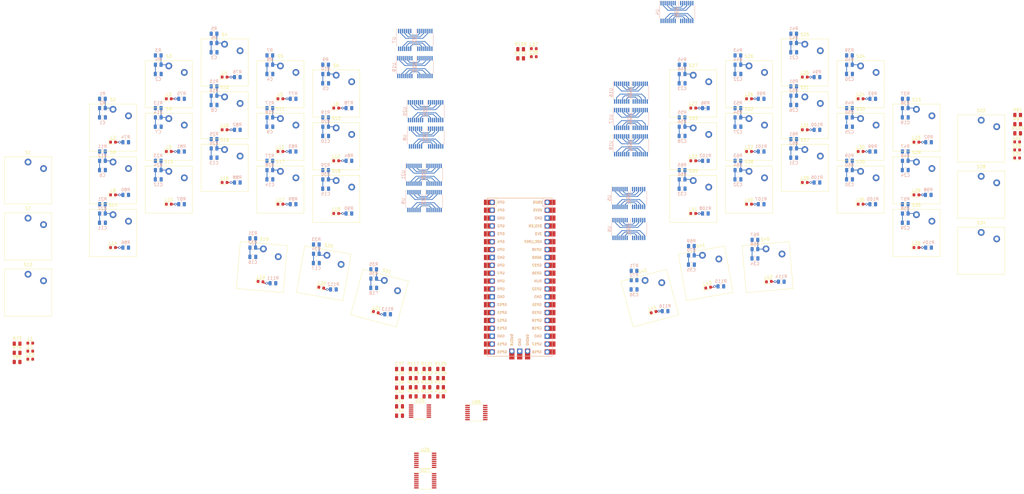
<source format=kicad_pcb>
(kicad_pcb (version 20221018) (generator pcbnew)
  (title_block (title "Unchat 36-key PCB"))
  (layers (0 "F.Cu" signal) (31 "B.Cu" signal) (34 "B.Paste" user) (35 "F.Paste" user) (36 "B.SilkS" user "B.Silkscreen") (37 "F.SilkS" user "F.Silkscreen") (38 "B.Mask" user) (39 "F.Mask" user) (44 "Edge.Cuts" user))
  (net 0 "")
  (net 1 "/Left Debounce 1-6/Db1")
  (net 2 "GND")
  (net 3 "/Left Debounce 1-6/Db2")
  (net 4 "/Left Debounce 1-6/Db3")
  (net 5 "/Left Debounce 1-6/Db4")
  (net 6 "/Left Debounce 1-6/Db5")
  (net 7 "/Left Debounce 1-6/Db6")
  (net 8 "/Left Debounce 7-12/Db1")
  (net 9 "/Left Debounce 7-12/Db2")
  (net 10 "/Left Debounce 7-12/Db3")
  (net 11 "/Left Debounce 7-12/Db4")
  (net 12 "/Left Debounce 7-12/Db5")
  (net 13 "/Left Debounce 7-12/Db6")
  (net 14 "/Left Debounce 13-18/Db1")
  (net 15 "/Left Debounce 13-18/Db2")
  (net 16 "/Left Debounce 13-18/Db3")
  (net 17 "/Left Debounce 13-18/Db4")
  (net 18 "/Left Debounce 13-18/Db5")
  (net 19 "/Left Debounce 13-18/Db6")
  (net 20 "VBUS")
  (net 21 "/Right Debounce 1-7/Db1")
  (net 22 "/Right Debounce 1-7/Db2")
  (net 23 "/Right Debounce 1-7/Db3")
  (net 24 "VCC")
  (net 25 "/Right Debounce 1-7/Db4")
  (net 26 "/Right Debounce 1-7/Db5")
  (net 27 "/Right Debounce 1-7/Db6")
  (net 28 "/Right Debounce 7-13/Db1")
  (net 29 "/Right Debounce 7-13/Db2")
  (net 30 "/Right Debounce 7-13/Db3")
  (net 31 "/Right Debounce 7-13/Db4")
  (net 32 "/Right Debounce 7-13/Db5")
  (net 33 "/Right Debounce 7-13/Db6")
  (net 34 "/Right Debounce 13-19/Db1")
  (net 35 "/Right Debounce 13-19/Db2")
  (net 36 "/Right Debounce 13-19/Db3")
  (net 37 "/Right Debounce 13-19/Db4")
  (net 38 "/Right Debounce 13-19/Db5")
  (net 39 "/Right Debounce 13-19/Db6")
  (net 40 "/S1a")
  (net 41 "/S2a")
  (net 42 "/S3a")
  (net 43 "/S4a")
  (net 44 "/S5a")
  (net 45 "/S6a")
  (net 46 "/S7a")
  (net 47 "/S8a")
  (net 48 "/S9a")
  (net 49 "/S10a")
  (net 50 "/S11a")
  (net 51 "/S12a")
  (net 52 "/S13a")
  (net 53 "/S14a")
  (net 54 "/S15a")
  (net 55 "/S16a")
  (net 56 "/S17a")
  (net 57 "/S18a")
  (net 58 "/S19a")
  (net 59 "/S20a")
  (net 60 "/S21a")
  (net 61 "/S22a")
  (net 62 "/S23a")
  (net 63 "/S24a")
  (net 64 "/S25a")
  (net 65 "/S26a")
  (net 66 "/S27a")
  (net 67 "/S28a")
  (net 68 "/S29a")
  (net 69 "/S30a")
  (net 70 "/S31a")
  (net 71 "/S32a")
  (net 72 "/S33a")
  (net 73 "/S34a")
  (net 74 "/S35a")
  (net 75 "/S36a")
  (net 76 "Net-(L1-A)")
  (net 77 "Net-(L2-A)")
  (net 78 "Net-(L3-A)")
  (net 79 "Net-(L4-A)")
  (net 80 "Net-(L5-A)")
  (net 81 "Net-(L6-A)")
  (net 82 "Net-(L7-A)")
  (net 83 "Net-(L8-A)")
  (net 84 "Net-(L9-A)")
  (net 85 "Net-(L10-A)")
  (net 86 "Net-(L11-A)")
  (net 87 "Net-(L12-A)")
  (net 88 "Net-(L13-A)")
  (net 89 "Net-(L14-A)")
  (net 90 "Net-(L15-A)")
  (net 91 "Net-(L16-A)")
  (net 92 "Net-(L17-A)")
  (net 93 "Net-(L18-A)")
  (net 94 "/LL7")
  (net 95 "/LL8")
  (net 96 "/LL9")
  (net 97 "/LL10")
  (net 98 "/LL11")
  (net 99 "/LL12")
  (net 100 "/LL13")
  (net 101 "/LL14")
  (net 102 "/LL15")
  (net 103 "/LL16")
  (net 104 "/LL17")
  (net 105 "/LL18")
  (net 106 "/LL1")
  (net 107 "/LL2")
  (net 108 "/LL3")
  (net 109 "/LL4")
  (net 110 "/LL5")
  (net 111 "/LL6")
  (net 112 "/LR1")
  (net 113 "/LR2")
  (net 114 "/LR3")
  (net 115 "/LR4")
  (net 116 "/LR5")
  (net 117 "/LR6")
  (net 118 "/LR7")
  (net 119 "/LR8")
  (net 120 "/LR9")
  (net 121 "/LR10")
  (net 122 "/LR11")
  (net 123 "/LR12")
  (net 124 "/LR13")
  (net 125 "/LR14")
  (net 126 "/LR15")
  (net 127 "/LR16")
  (net 128 "/LR17")
  (net 129 "/LR18")
  (net 130 "Net-(L19-A)")
  (net 131 "Net-(L20-A)")
  (net 132 "Net-(L21-A)")
  (net 133 "Net-(L22-A)")
  (net 134 "Net-(L23-A)")
  (net 135 "Net-(L24-A)")
  (net 136 "Net-(L25-A)")
  (net 137 "Net-(L26-A)")
  (net 138 "Net-(L27-A)")
  (net 139 "Net-(L28-A)")
  (net 140 "Net-(L29-A)")
  (net 141 "Net-(L30-A)")
  (net 142 "Net-(L31-A)")
  (net 143 "Net-(L32-A)")
  (net 144 "Net-(L33-A)")
  (net 145 "Net-(L34-A)")
  (net 146 "Net-(L35-A)")
  (net 147 "Net-(L36-A)")
  (net 148 "Net-(L37-A)")
  (net 149 "Net-(L38-A)")
  (net 150 "/BUS1")
  (net 151 "/BUS2")
  (net 152 "/BUS3")
  (net 153 "/BUS4")
  (net 154 "/BUS5")
  (net 155 "/BUS6")
  (net 156 "/Left LED Control 1-6/Q0")
  (net 157 "/Left LED Control 1-6/Q1")
  (net 158 "/Left LED Control 1-6/Q2")
  (net 159 "/Left LED Control 1-6/Q3")
  (net 160 "/Left LED Control 1-6/Q4")
  (net 161 "/Left LED Control 1-6/Q5")
  (net 162 "/Left LED Control 7-12/Q0")
  (net 163 "/Left LED Control 7-12/Q1")
  (net 164 "/Left LED Control 7-12/Q2")
  (net 165 "/Left LED Control 7-12/Q3")
  (net 166 "/Left LED Control 7-12/Q4")
  (net 167 "/Left LED Control 7-12/Q5")
  (net 168 "/Left LED Control 13-18/Q0")
  (net 169 "/Left LED Control 13-18/Q1")
  (net 170 "/Left LED Control 13-18/Q2")
  (net 171 "/Left LED Control 13-18/Q3")
  (net 172 "/Left LED Control 13-18/Q4")
  (net 173 "/Left LED Control 13-18/Q5")
  (net 174 "/Right LED Control 1-6/Q0")
  (net 175 "/Right LED Control 1-6/Q1")
  (net 176 "/Right LED Control 1-6/Q2")
  (net 177 "/Right LED Control 1-6/Q3")
  (net 178 "/Right LED Control 1-6/Q4")
  (net 179 "/Right LED Control 1-6/Q5")
  (net 180 "/Right LED Control 7-12/Q0")
  (net 181 "/Right LED Control 7-12/Q1")
  (net 182 "/Right LED Control 7-12/Q2")
  (net 183 "/Right LED Control 7-12/Q3")
  (net 184 "/Right LED Control 7-12/Q4")
  (net 185 "/Right LED Control 7-12/Q5")
  (net 186 "/Right LED Control 13-18/Q0")
  (net 187 "/Right LED Control 13-18/Q1")
  (net 188 "/Right LED Control 13-18/Q2")
  (net 189 "/Right LED Control 13-18/Q3")
  (net 190 "/Right LED Control 13-18/Q4")
  (net 191 "/Right LED Control 13-18/Q5")
  (net 194 "/S37a")
  (net 195 "/S38a")
  (net 203 "Net-(L39-A)")
  (net 204 "Net-(L40-A)")
  (net 205 "Net-(L41-A)")
  (net 206 "Net-(L42-A)")
  (net 207 "Net-(L43-A)")
  (net 208 "Net-(L44-A)")
  (net 209 "/Thumb Debounce/Db1")
  (net 210 "/Thumb Debounce/Db2")
  (net 211 "/Thumb Debounce/Db3")
  (net 212 "/Thumb Debounce/Db4")
  (net 213 "/Thumb Debounce/Db5")
  (net 214 "/Thumb Debounce/Db6")
  (net 215 "/LL19")
  (net 216 "/LL20")
  (net 217 "/LL21")
  (net 218 "IND1")
  (net 219 "IND2")
  (net 220 "/LR19")
  (net 221 "/LR20")
  (net 222 "/LR21")
  (net 223 "/S39a")
  (net 224 "/S40a")
  (net 225 "/S41a")
  (net 226 "/S42a")
  (net 227 "/Thumb LED Control/Q0")
  (net 228 "/Thumb LED Control/Q1")
  (net 229 "/Thumb LED Control/Q2")
  (net 230 "U26_CLK")
  (net 231 "/Thumb LED Control/Q3")
  (net 232 "/Left Debounce 1-6/BF6")
  (net 233 "/Left Debounce 1-6/BF5")
  (net 234 "/Left Debounce 1-6/BF4")
  (net 235 "/Left Debounce 1-6/BF3")
  (net 236 "/Left Debounce 1-6/BF2")
  (net 237 "/Left Debounce 1-6/BF1")
  (net 238 "/Left Debounce 7-12/BF6")
  (net 239 "/Left Debounce 7-12/BF5")
  (net 240 "/Left Debounce 7-12/BF4")
  (net 241 "/Left Debounce 7-12/BF3")
  (net 242 "/Left Debounce 7-12/BF2")
  (net 243 "/Left Debounce 7-12/BF1")
  (net 244 "/Left Debounce 13-18/BF6")
  (net 245 "/Left Debounce 13-18/BF5")
  (net 246 "/Left Debounce 13-18/BF4")
  (net 247 "/Left Debounce 13-18/BF3")
  (net 248 "/Left Debounce 13-18/BF2")
  (net 249 "/Left Debounce 13-18/BF1")
  (net 250 "/Right Debounce 1-7/BF6")
  (net 251 "/Right Debounce 1-7/BF5")
  (net 252 "/Right Debounce 1-7/BF4")
  (net 253 "/Right Debounce 1-7/BF3")
  (net 254 "/Right Debounce 1-7/BF2")
  (net 255 "/Right Debounce 1-7/BF1")
  (net 256 "/Right Debounce 7-13/BF6")
  (net 257 "/Right Debounce 7-13/BF5")
  (net 258 "/Right Debounce 7-13/BF4")
  (net 259 "/Right Debounce 7-13/BF3")
  (net 260 "/Right Debounce 7-13/BF2")
  (net 261 "/Right Debounce 7-13/BF1")
  (net 262 "/Right Debounce 13-19/BF6")
  (net 263 "/Right Debounce 13-19/BF5")
  (net 264 "/Right Debounce 13-19/BF4")
  (net 265 "/Right Debounce 13-19/BF3")
  (net 266 "/Right Debounce 13-19/BF2")
  (net 267 "/Right Debounce 13-19/BF1")
  (net 268 "/Thumb Debounce/BF4")
  (net 269 "/Thumb Debounce/BF5")
  (net 270 "/Thumb Debounce/BF6")
  (net 271 "/Thumb Debounce/BF1")
  (net 272 "/Thumb Debounce/BF2")
  (net 273 "/Thumb Debounce/BF3")
  (net 274 "U1_EN")
  (net 275 "U2_EN")
  (net 276 "U3_EN")
  (net 277 "U4_EN")
  (net 278 "U5_EN")
  (net 279 "U6_EN")
  (net 280 "LED_RST")
  (net 281 "U13_CLK")
  (net 282 "U14_CLK")
  (net 283 "U15_CLK")
  (net 284 "U16_CLK")
  (net 285 "U17_CLK")
  (net 286 "U18_CLK")
  (net 287 "LED_DIM")
  (net 288 "U66_EN")
  (net 289 "/Thumb LED Control/Q4")
  (net 290 "/Thumb LED Control/Q5")
  (footprint "LED_SMD:LED_0603_1608Metric" (layer "F.Cu") (at 97.998882 113.970946 -5)
    (fp_text reference "L19")
    (fp_text value "LED")
  )
  (footprint "Resistor_SMD:R_0805_2012Metric" (layer "F.Cu") (at 156.0875 142.15)
    (fp_text reference "R125")
    (fp_text value "1k")
  )
  (footprint "GKanwarLibrary:Choc_V1_LED_1.00u" (layer "F.Cu") (at 237.591485 53.288831)
    (fp_text reference "S27")
    (fp_text value "Keyswitch")
  )
  (footprint "LED_SMD:LED_0603_1608Metric" (layer "F.Cu") (at 117.592369 115.917427 -10)
    (fp_text reference "L20")
    (fp_text value "LED")
  )
  (footprint "Capacitor_SMD:C_0805_2012Metric" (layer "F.Cu") (at 142.8375 148.2)
    (fp_text reference "C39")
    (fp_text value "0.1uF")
  )
  (footprint "LED_SMD:LED_0603_1608Metric" (layer "F.Cu") (at 68.408515 88.988831)
    (fp_text reference "L15")
    (fp_text value "LED")
  )
  (footprint "GKanwarLibrary:Choc_V1_LED_1.00u" (layer "F.Cu") (at 273.591486 60.288831)
    (fp_text reference "S31")
    (fp_text value "Keyswitch")
  )
  (footprint "GKanwarLibrary:Choc_V1_LED_1.00u" (layer "F.Cu") (at 330.5 85.9)
    (fp_text reference "S28")
    (fp_text value "Keyswitch")
  )
  (footprint "GKanwarLibrary:Choc_V1_LED_1.00u" (layer "F.Cu") (at 291.591485 50.288831)
    (fp_text reference "S24")
    (fp_text value "Keyswitch")
  )
  (footprint "GKanwarLibrary:Choc_V1_LED_1.00u" (layer "F.Cu") (at 50.408514 81.288831)
    (fp_text reference "S8")
    (fp_text value "Keyswitch")
  )
  (footprint "Capacitor_SMD:C_0805_2012Metric" (layer "F.Cu") (at 142.8375 151.21)
    (fp_text reference "C40")
    (fp_text value "0.1uF")
  )
  (footprint "GKanwarLibrary:Choc_V1_LED_1.00u" (layer "F.Cu") (at 237.591485 70.288831)
    (fp_text reference "S33")
    (fp_text value "Keyswitch")
  )
  (footprint "Resistor_SMD:R_0805_2012Metric" (layer "F.Cu") (at 181.9125 41.95)
    (fp_text reference "R110")
    (fp_text value "100")
  )
  (footprint "LED_SMD:LED_0603_1608Metric" (layer "F.Cu") (at 122.408514 74.988832)
    (fp_text reference "L12")
    (fp_text value "LED")
  )
  (footprint "LED_SMD:LED_0603_1608Metric" (layer "F.Cu") (at 237.591485 74.988831)
    (fp_text reference "L33")
    (fp_text value "LED")
  )
  (footprint "GKanwarLibrary:Choc_V1_LED_1.00u" (layer "F.Cu") (at 98.408514 109.288831 -5)
    (fp_text reference "S19")
    (fp_text value "Keyswitch")
  )
  (footprint "GKanwarLibrary:Choc_V1_LED_1.00u" (layer "F.Cu") (at 50.408514 64.288831)
    (fp_text reference "S2")
    (fp_text value "Keyswitch")
  )
  (footprint "GKanwarLibrary:Choc_V1_LED_1.00u" (layer "F.Cu") (at 104.408514 84.288831)
    (fp_text reference "S17")
    (fp_text value "Keyswitch")
  )
  (footprint "GKanwarLibrary:Choc_V1_LED_1.00u" (layer "F.Cu") (at 309.591486 81.288831)
    (fp_text reference "S29")
    (fp_text value "Keyswitch")
  )
  (footprint "GKanwarLibrary:Choc_V1_LED_1.50u_90deg" (layer "F.Cu") (at 241.591485 111.288831 10)
    (fp_text reference "S41")
    (fp_text value "Keyswitch")
  )
  (footprint "LED_SMD:LED_0603_1608Metric" (layer "F.Cu") (at 309.591486 68.988832)
    (fp_text reference "L23")
    (fp_text value "LED")
  )
  (footprint "Resistor_SMD:R_0805_2012Metric" (layer "F.Cu") (at 151.6775 145.1)
    (fp_text reference "R122")
    (fp_text value "68k")
  )
  (footprint "LED_SMD:LED_0603_1608Metric" (layer "F.Cu") (at 86.408514 64.988831)
    (fp_text reference "L10")
    (fp_text value "LED")
  )
  (footprint "GKanwarLibrary:Choc_V1_LED_1.00u" (layer "F.Cu") (at 291.591485 67.288831)
    (fp_text reference "S30")
    (fp_text value "Keyswitch")
  )
  (footprint "LED_SMD:LED_0603_1608Metric" (layer "F.Cu") (at 104.408514 54.988831)
    (fp_text reference "L5")
    (fp_text value "LED")
  )
  (footprint "LED_SMD:LED_0603_1608Metric" (layer "F.Cu") (at 237.591485 57.988831)
    (fp_text reference "L27")
    (fp_text value "LED")
  )
  (footprint "GKanwarLibrary:Choc_V1_LED_1.00u" (layer "F.Cu") (at 122.408514 70.288832)
    (fp_text reference "S12")
    (fp_text value "Keyswitch")
  )
  (footprint "Capacitor_SMD:C_0805_2012Metric" (layer "F.Cu") (at 142.8375 154.22)
    (fp_text reference "C41")
    (fp_text value "0.1uF")
  )
  (footprint "Resistor_SMD:R_0805_2012Metric" (layer "F.Cu") (at 181.9125 39)
    (fp_text reference "R109")
    (fp_text value "100")
  )
  (footprint "GKanwarLibrary:Choc_V1_LED_1.00u" (layer "F.Cu") (at 23 81.3)
    (fp_text reference "S1")
    (fp_text value "Keyswitch")
  )
  (footprint "GKanwarLibrary:Choc_V1_LED_1.00u" (layer "F.Cu") (at 330.5 104)
    (fp_text reference "S34")
    (fp_text value "Keyswitch")
  )
  (footprint "LED_SMD:LED_0603_1608Metric" (layer "F.Cu") (at 291.591485 88.988831)
    (fp_text reference "L36")
    (fp_text value "LED")
  )
  (footprint "LED_SMD:LED_0603_1608Metric" (layer "F.Cu") (at 342.095 68.895)
    (fp_text reference "L22")
    (fp_text value "LED")
  )
  (footprint "Resistor_SMD:R_0805_2012Metric" (layer "F.Cu") (at 19.4625 136.95)
    (fp_text reference "R79")
    (fp_text value "100")
  )
  (footprint "LED_SMD:LED_0603_1608Metric" (layer "F.Cu") (at 23.7125 139)
    (fp_text reference "L13")
    (fp_text value "LED")
  )
  (footprint "LED_SMD:LED_0603_1608Metric" (layer "F.Cu") (at 122.408514 91.988831)
    (fp_text reference "L18")
    (fp_text value "LED")
  )
  (footprint "LED_SMD:LED_0603_1608Metric" (layer "F.Cu") (at 291.591485 54.988831)
    (fp_text reference "L24")
    (fp_text value "LED")
  )
  (footprint "GKanwarLibrary:Choc_V1_LED_1.00u" (layer "F.Cu") (at 23 99.4)
    (fp_text reference "S7")
    (fp_text value "Keyswitch")
  )
  (footprint "GKanwarLibrary:Choc_V1_LED_1.50u_90deg" (layer "F.Cu") (at 136.408514 119.288831 -15)
    (fp_text reference "S21")
    (fp_text value "Keyswitch")
  )
  (footprint "Capacitor_SMD:C_0805_2012Metric" (layer "F.Cu") (at 142.8375 157.23)
    (fp_text reference "C42")
    (fp_text value "0.1uF")
  )
  (footprint "GKanwarLibrary:Choc_V1_LED_1.00u" (layer "F.Cu") (at 291.591485 84.288831)
    (fp_text reference "S36")
    (fp_text value "Keyswitch")
  )
  (footprint "Resistor_SMD:R_0805_2012Metric" (layer "F.Cu") (at 151.6775 151)
    (fp_text reference "R124")
    (fp_text value "1k")
  )
  (footprint "LED_SMD:LED_0603_1608Metric" (layer "F.Cu") (at 309.591486 85.988831)
    (fp_text reference "L29")
    (fp_text value "LED")
  )
  (footprint "GKanwarLibrary:Choc_V1_LED_1.00u" (layer "F.Cu") (at 122.408514 87.288831)
    (fp_text reference "S18")
    (fp_text value "Keyswitch")
  )
  (footprint "Package_SO:TSSOP-16_4.4x5mm_P0.65mm" (layer "F.Cu") (at 167.6375 156.225)
    (fp_text reference "U66")
    (fp_text value "74HC365")
  )
  (footprint "GKanwarLibrary:Choc_V1_LED_1.00u" (layer "F.Cu") (at 68.408514 50.288831)
    (fp_text reference "S3")
    (fp_text value "Keyswitch")
  )
  (footprint "GKanwarLibrary:Choc_V1_LED_1.00u" (layer "F.Cu") (at 273.591486 43.288831)
    (fp_text reference "S25")
    (fp_text value "Keyswitch")
  )
  (footprint "LED_SMD:LED_0603_1608Metric" (layer "F.Cu") (at 23.7125 136.41)
    (fp_text reference "L7")
    (fp_text value "LED")
  )
  (footprint "LED_SMD:LED_0603_1608Metric" (layer "F.Cu") (at 242.407631 115.917427 10)
    (fp_text reference "L43")
    (fp_text value "LED")
  )
  (footprint "GKanwarLibrary:Choc_V1_LED_1.50u_90deg" (layer "F.Cu") (at 223.591486 119.288831 15)
    (fp_text reference "S42")
    (fp_text value "Keyswitch")
  )
  (footprint "LED_SMD:LED_0603_1608Metric" (layer "F.Cu") (at 68.408514 54.988831)
    (fp_text reference "L3")
    (fp_text value "LED")
  )
  (footprint "Resistor_SMD:R_0805_2012Metric" (layer "F.Cu") (at 342.255 66.125)
    (fp_text reference "R103")
    (fp_text value "100")
  )
  (footprint "LED_SMD:LED_0603_1608Metric" (layer "F.Cu") (at 273.591486 81.988831)
    (fp_text reference "L39")
    (fp_text value "LED")
  )
  (footprint "LED_SMD:LED_0603_1608Metric" (layer "F.Cu") (at 68.408515 71.988831)
    (fp_text reference "L9")
    (fp_text value "LED")
  )
  (footprint "LED_SMD:LED_0603_1608Metric" (layer "F.Cu") (at 273.591486 47.988831)
    (fp_text reference "L25")
    (fp_text value "LED")
  )
  (footprint "LED_SMD:LED_0603_1608Metric" (layer "F.Cu") (at 342.095 71.485)
    (fp_text reference "L28")
    (fp_text value "LED")
  )
  (footprint "GKanwarLibrary:Choc_V1_LED_1.00u" (layer "F.Cu") (at 255.591486 50.288831)
    (fp_text reference "S26")
    (fp_text value "Keyswitch")
  )
  (footprint "LED_SMD:LED_0603_1608Metric" (layer "F.Cu") (at 237.591485 91.988831)
    (fp_text reference "L41")
    (fp_text value "LED")
  )
  (footprint "GKanwarLibrary:Choc_V1_LED_1.00u" (layer "F.Cu") (at 309.591486 64.288832)
    (fp_text reference "S23")
    (fp_text value "Keyswitch")
  )
  (footprint "GKanwarLibrary:Choc_V1_LED_1.00u" (layer "F.Cu") (at 104.408514 50.288831)
    (fp_text reference "S5")
    (fp_text value "Keyswitch")
  )
  (footprint "GKanwarLibrary:Choc_V1_LED_1.50u_90deg" (layer "F.Cu") (at 118.408515 111.288831 -10)
    (fp_text reference "S20")
    (fp_text value "Keyswitch")
  )
  (footprint "Resistor_SMD:R_0805_2012Metric" (layer "F.Cu") (at 147.2675 142.15)
    (fp_text reference "R117")
    (fp_text value "68k")
  )
  (footprint "LED_SMD:LED_0603_1608Metric" (layer "F.Cu") (at 104.408514 88.988831)
    (fp_text reference "L17")
    (fp_text value "LED")
  )
  (footprint "Capacitor_SMD:C_0805_2012Metric" (layer "F.Cu") (at 142.8375 142.18)
    (fp_text reference "C37")
    (fp_text value "0.1uF")
  )
  (footprint "LED_SMD:LED_0603_1608Metric" (layer "F.Cu") (at 50.408514 85.988831)
    (fp_text reference "L8")
    (fp_text value "LED")
  )
  (footprint "Resistor_SMD:R_0805_2012Metric" (layer "F.Cu") (at 156.0875 145.1)
    (fp_text reference "R126")
    (fp_text value "1k")
  )
  (footprint "LED_SMD:LED_0603_1608Metric" (layer "F.Cu") (at 273.591486 64.988831)
    (fp_text reference "L31")
    (fp_text value "LED")
  )
  (footprint "Package_SO:TSSOP-16_4.4x5mm_P0.65mm" (layer "F.Cu") (at 151.1375 178.225)
    (fp_text reference "U27")
    (fp_text value "74HC365")
  )
  (footprint "GKanwarLibrary:Choc_V1_LED_1.00u" (layer "F.Cu") (at 104.408514 67.288831)
    (fp_text reference "S11")
    (fp_text value "Keyswitch")
  )
  (footprint "Resistor_SMD:R_0805_2012Metric" (layer "F.Cu") (at 19.4625 134)
    (fp_text reference "R73")
    (fp_text value "100")
  )
  (footprint "GKanwarLibrary:Choc_V1_LED_1.00u" (layer "F.Cu") (at 68.408515 84.288831)
    (fp_text reference "S15")
    (fp_text value "Keyswitch")
  )
  (footprint "Resistor_SMD:R_0805_2012Metric" (layer "F.Cu") (at 342.255 63.175)
    (fp_text reference "R97")
    (fp_text value "100")
  )
  (footprint "GKanwarLibrary:Choc_V1_LED_1.00u" (layer "F.Cu") (at 273.591486 77.288831)
    (fp_text reference "S37")
    (fp_text value "Keyswitch")
  )
  (footprint "LED_SMD:LED_0603_1608Metric" (layer "F.Cu") (at 104.408514 71.988831)
    (fp_text reference "L11")
    (fp_text value "LED")
  )
  (footprint "Capacitor_SMD:C_0805_2012Metric" (layer "F.Cu") (at 142.8375 145.19)
    (fp_text reference "C38")
    (fp_text value "0.1uF")
  )
  (footprint "GKanwarLibrary:Choc_V1_LED_1.00u" (layer "F.Cu") (at 237.591485 87.288831)
    (fp_text reference "S39")
    (fp_text value "Keyswitch")
  )
  (footprint "LED_SMD:LED_0603_1608Metric" (layer "F.Cu") (at 255.591486 71.988831)
    (fp_text reference "L32")
    (fp_text value "LED")
  )
  (footprint "Resistor_SMD:R_0805_2012Metric" (layer "F.Cu") (at 147.2675 148.05)
    (fp_text reference "R119")
    (fp_text value "68k")
  )
  (footprint "LED_SMD:LED_0603_1608Metric" (layer "F.Cu") (at 86.408515 47.988831)
    (fp_text reference "L4")
    (fp_text value "LED")
  )
  (footprint "GKanwarLibrary:Choc_V1_LED_1.00u" (layer "F.Cu") (at 50.408514 98.288831)
    (fp_text reference "S14")
    (fp_text value "Keyswitch")
  )
  (footprint "Resistor_SMD:R_0805_2012Metric" (layer "F.Cu") (at 151.6775 148.05)
    (fp_text reference "R123")
    (fp_text value "1k")
  )
  (footprint "Resistor_SMD:R_0805_2012Metric" (layer "F.Cu") (at 156.0875 148.05)
    (fp_text reference "R127")
    (fp_text value "1k")
  )
  (footprint "LED_SMD:LED_0603_1608Metric" (layer "F.Cu") (at 224.807936 123.828682 15)
    (fp_text reference "L44")
    (fp_text value "LED")
  )
  (footprint "LED_SMD:LED_0603_1608Metric" (layer "F.Cu") (at 186.1625 38.82)
    (fp_text reference "L37")
    (fp_text value "LED")
  )
  (footprint "Resistor_SMD:R_0805_2012Metric" (layer "F.Cu") (at 147.2675 151)
    (fp_text reference "R120")
    (fp_text value "68k")
  )
  (footprint "GKanwarLibrary:Choc_V1_LED_1.00u" (layer "F.Cu") (at 261.591485 109.288831 5)
    (fp_text reference "S40")
    (fp_text value "Keyswitch")
  )
  (footprint "Package_SO:TSSOP-16_4.4x5mm_P0.65mm" (layer "F.Cu") (at 151.1375 171.635)
    (fp_text reference "U26")
    (fp_text value "74HC174")
  )
  (footprint "LED_SMD:LED_0603_1608Metric" (layer "F.Cu") (at 262.001117 113.970946 5)
    (fp_text reference "L42")
    (fp_text value "LED")
  )
  (footprint "GKanwarLibrary:Choc_V1_LED_1.00u" (layer "F.Cu") (at 330.5 67.8)
    (fp_text reference "S22")
    (fp_text value "Keyswitch")
  )
  (footprint "Package_SO:TSSOP-14_4.4x5mm_P0.65mm" (layer "F.Cu") (at 149.4375 155.75)
    (fp_text reference "U25")
    (fp_text value "74HC14")
  )
  (footprint "LED_SMD:LED_0603_1608Metric" (layer "F.Cu") (at 309.591486 102.988831)
    (fp_text reference "L35")
    (fp_text value "LED")
  )
  (footprint "Resistor_SMD:R_0805_2012Metric" (layer "F.Cu") (at 342.255 60.225)
    (fp_text reference "R91")
    (fp_text value "100")
  )
  (footprint "LED_SMD:LED_0603_1608Metric" (layer "F.Cu") (at 342.095 74.075)
    (fp_text reference "L34")
    (fp_text value "LED")
  )
  (footprint "LED_SMD:LED_0603_1608Metric" (layer "F.Cu") (at 255.591486 88.988832)
    (fp_text reference "L40")
    (fp_text value "LED")
  )
  (footprint "LED_SMD:LED_0603_1608Metric" (layer "F.Cu") (at 86.408514 81.988831)
    (fp_text reference "L16")
    (fp_text value "LED")
  )
  (footprint "GKanwarLibrary:Choc_V1_LED_1.00u" (layer "F.Cu") (at 68.408515 67.288831)
    (fp_text reference "S9")
    (fp_text value "Keyswitch")
  )
  (footprint "ScottoKeebs_MCU:Raspberry_Pi_Pico" (layer "F.Cu") (at 181.61 112.53)
    (fp_text reference "U99" hide)
    (fp_text value "Raspberry_Pi_Pico" hide)
  )
  (footprint "LED_SMD:LED_0603_1608Metric" (layer "F.Cu") (at 291.591485 71.988831)
    (fp_text reference "L30")
    (fp_text value "LED")
  )
  (footprint "Resistor_SMD:R_0805_2012Metric" (layer "F.Cu") (at 151.6775 142.15)
    (fp_text reference "R121")
    (fp_text value "68k")
  )
  (footprint "GKanwarLibrary:Choc_V1_LED_1.00u" (layer "F.Cu") (at 255.591486 84.288832)
    (fp_text reference "S38")
    (fp_text value "Keyswitch")
  )
  (footprint "LED_SMD:LED_0603_1608Metric" (layer "F.Cu") (at 122.408514 57.988832)
    (fp_text reference "L6")
    (fp_text value "LED")
  )
  (footprint "GKanwarLibrary:Choc_V1_LED_1.00u" (layer "F.Cu") (at 86.408514 77.288831)
    (fp_text reference "S16")
    (fp_text value "Keyswitch")
  )
  (footprint "Resistor_SMD:R_0805_2012Metric" (layer "F.Cu") (at 19.4625 139.9)
    (fp_text reference "R85")
    (fp_text value "100")
  )
  (footprint "Resistor_SMD:R_0805_2012Metric" (layer "F.Cu") (at 147.2675 145.1)
    (fp_text reference "R118")
    (fp_text value "68k")
  )
  (footprint "GKanwarLibrary:Choc_V1_LED_1.00u" (layer "F.Cu") (at 86.408515 43.288831)
    (fp_text reference "S4")
    (fp_text value "Keyswitch")
  )
  (footprint "GKanwarLibrary:Choc_V1_LED_1.00u" (layer "F.Cu") (at 122.408514 53.288832)
    (fp_text reference "S6")
    (fp_text value "Keyswitch")
  )
  (footprint "Resistor_SMD:R_0805_2012Metric" (layer "F.Cu") (at 156.0875 151)
    (fp_text reference "R128")
    (fp_text value "1k")
  )
  (footprint "LED_SMD:LED_0603_1608Metric" (layer "F.Cu") (at 23.7125 133.82)
    (fp_text reference "L1")
    (fp_text value "LED")
  )
  (footprint "LED_SMD:LED_0603_1608Metric" (layer "F.Cu") (at 50.408514 102.988831)
    (fp_text reference "L14")
    (fp_text value "LED")
  )
  (footprint "LED_SMD:LED_0603_1608Metric" (layer "F.Cu") (at 255.591486 54.988831)
    (fp_text reference "L26")
    (fp_text value "LED")
  )
  (footprint "LED_SMD:LED_0603_1608Metric" (layer "F.Cu") (at 50.408514 68.988831)
    (fp_text reference "L2")
    (fp_text value "LED")
  )
  (footprint "GKanwarLibrary:Choc_V1_LED_1.00u" (layer "F.Cu") (at 86.408514 60.288831)
    (fp_text reference "S10")
    (fp_text value "Keyswitch")
  )
  (footprint "LED_SMD:LED_0603_1608Metric" (layer "F.Cu") (at 135.192064 123.828682 -15)
    (fp_text reference "L21")
    (fp_text value "LED")
  )
  (footprint "LED_SMD:LED_0603_1608Metric" (layer "F.Cu") (at 186.1625 41.41)
    (fp_text reference "L38")
    (fp_text value "LED")
  )
  (footprint "GKanwarLibrary:Choc_V1_LED_1.00u" (layer "F.Cu") (at 23 117.5)
    (fp_text reference "S13")
    (fp_text value "Keyswitch")
  )
  (footprint "GKanwarLibrary:Choc_V1_LED_1.00u" (layer "F.Cu") (at 309.591486 98.288831)
    (fp_text reference "S35")
    (fp_text value "Keyswitch")
  )
  (footprint "GKanwarLibrary:Choc_V1_LED_1.00u" (layer "F.Cu") (at 255.591486 67.288831)
    (fp_text reference "S32")
    (fp_text value "Keyswitch")
  )
  (footprint "Resistor_SMD:R_0805_2012Metric" (layer "B.Cu") (at 83 71 180)
    (fp_text reference "R26")
    (fp_text value "1k")
  )
  (footprint "Resistor_SMD:R_0805_2012Metric" (layer "B.Cu") (at 234 61 180)
    (fp_text reference "R55")
    (fp_text value "68k")
  )
  (footprint "Resistor_SMD:R_0805_2012Metric" (layer "B.Cu") (at 126.5 58 180)
    (fp_text reference "R78")
    (fp_text value "100")
  )
  (footprint "Resistor_SMD:R_0805_2012Metric" (layer "B.Cu") (at 234 47 180)
    (fp_text reference "R46")
    (fp_text value "1k")
  )
  (footprint "Capacitor_SMD:C_0805_2012Metric" (layer "B.Cu") (at 288 64)
    (fp_text reference "C25")
    (fp_text value "0.1uF")
  )
  (footprint "Resistor_SMD:R_0805_2012Metric" (layer "B.Cu") (at 116 102 180)
    (fp_text reference "R33")
    (fp_text value "68k")
  )
  (footprint "Resistor_SMD:R_0805_2012Metric" (layer "B.Cu") (at 121.5 116.5 180)
    (fp_text reference "R112")
    (fp_text value "100")
  )
  (footprint "Resistor_SMD:R_0805_2012Metric" (layer "B.Cu") (at 65 44 180)
    (fp_text reference "R4")
    (fp_text value "1k")
  )
  (footprint "Resistor_SMD:R_0805_2012Metric" (layer "B.Cu") (at 234 64 180)
    (fp_text reference "R56")
    (fp_text value "1k")
  )
  (footprint "Resistor_SMD:R_0805_2012Metric" (layer "B.Cu") (at 47 58 180)
    (fp_text reference "R2")
    (fp_text value "1k")
  )
  (footprint "Capacitor_SMD:C_0805_2012Metric" (layer "B.Cu") (at 306 95)
    (fp_text reference "C29")
    (fp_text value "0.1uF")
  )
  (footprint "Resistor_SMD:R_0805_2012Metric" (layer "B.Cu") (at 108.5 89 180)
    (fp_text reference "R89")
    (fp_text value "100")
  )
  (footprint "Resistor_SMD:R_0805_2012Metric" (layer "B.Cu") (at 83 34 180)
    (fp_text reference "R5")
    (fp_text value "68k")
  )
  (footprint "Resistor_SMD:R_0805_2012Metric" (layer "B.Cu") (at 259.5 72 180)
    (fp_text reference "R101")
    (fp_text value "100")
  )
  (footprint "Resistor_SMD:R_0805_2012Metric" (layer "B.Cu") (at 277.5 82 180)
    (fp_text reference "R106")
    (fp_text value "100")
  )
  (footprint "Package_SO:TSSOP-16_4.4x5mm_P0.65mm" (layer "B.Cu") (at 154 88 -90)
    (fp_text reference "U3")
    (fp_text value "74HC365")
  )
  (footprint "Capacitor_SMD:C_0805_2012Metric" (layer "B.Cu") (at 47 95)
    (fp_text reference "C11")
    (fp_text value "0.1uF")
  )
  (footprint "Resistor_SMD:R_0805_2012Metric" (layer "B.Cu") (at 116 105 180)
    (fp_text reference "R34")
    (fp_text value "1k")
  )
  (footprint "Resistor_SMD:R_0805_2012Metric" (layer "B.Cu") (at 306 58 180)
    (fp_text reference "R38")
    (fp_text value "1k")
  )
  (footprint "Resistor_SMD:R_0805_2012Metric" (layer "B.Cu") (at 54.5 69 180)
    (fp_text reference "R74")
    (fp_text value "100")
  )
  (footprint "Package_SO:TSSOP-16_4.4x5mm_P0.65mm" (layer "B.Cu") (at 148.000001 59 -90)
    (fp_text reference "U20")
    (fp_text value "74HC365")
  )
  (footprint "Package_SO:TSSOP-16_4.4x5mm_P0.65mm" (layer "B.Cu") (at 147.5 79.5 -90)
    (fp_text reference "U21")
    (fp_text value "74HC365")
  )
  (footprint "Resistor_SMD:R_0805_2012Metric" (layer "B.Cu") (at 101 44 180)
    (fp_text reference "R8")
    (fp_text value "1k")
  )
  (footprint "Resistor_SMD:R_0805_2012Metric" (layer "B.Cu") (at 119 44 180)
    (fp_text reference "R9")
    (fp_text value "68k")
  )
  (footprint "Resistor_SMD:R_0805_2012Metric" (layer "B.Cu") (at 101 41 180)
    (fp_text reference "R7")
    (fp_text value "68k")
  )
  (footprint "Resistor_SMD:R_0805_2012Metric" (layer "B.Cu") (at 257.5 103.5 180)
    (fp_text reference "R68")
    (fp_text value "1k")
  )
  (footprint "Resistor_SMD:R_0805_2012Metric" (layer "B.Cu") (at 252 44 180)
    (fp_text reference "R44")
    (fp_text value "1k")
  )
  (footprint "Resistor_SMD:R_0805_2012Metric" (layer "B.Cu") (at 95.5 103 180)
    (fp_text reference "R32")
    (fp_text value "1k")
  )
  (footprint "Capacitor_SMD:C_0805_2012Metric" (layer "B.Cu") (at 83 40)
    (fp_text reference "C3")
    (fp_text value "0.1uF")
  )
  (footprint "Capacitor_SMD:C_0805_2012Metric" (layer "B.Cu") (at 270 40)
    (fp_text reference "C21")
    (fp_text value "0.1uF")
  )
  (footprint "Resistor_SMD:R_0805_2012Metric" (layer "B.Cu") (at 288 75 180)
    (fp_text reference "R59")
    (fp_text value "68k")
  )
  (footprint "Package_SO:TSSOP-14_4.4x5mm_P0.65mm" (layer "B.Cu") (at 147.5 88 -90)
    (fp_text reference "U9")
    (fp_text value "74HC14")
  )
  (footprint "Resistor_SMD:R_0805_2012Metric" (layer "B.Cu") (at 65 58 180)
    (fp_text reference "R13")
    (fp_text value "68k")
  )
  (footprint "Resistor_SMD:R_0805_2012Metric" (layer "B.Cu") (at 65 61 180)
    (fp_text reference "R14")
    (fp_text value "1k")
  )
  (footprint "Package_SO:TSSOP-16_4.4x5mm_P0.65mm" (layer "B.Cu") (at 213.975001 87 -90)
    (fp_text reference "U5")
    (fp_text value "74HC365")
  )
  (footprint "Capacitor_SMD:C_0805_2012Metric" (layer "B.Cu") (at 83 74)
    (fp_text reference "C13")
    (fp_text value "0.1uF")
  )
  (footprint "Resistor_SMD:R_0805_2012Metric" (layer "B.Cu") (at 108.5 72 180)
    (fp_text reference "R83")
    (fp_text value "100")
  )
  (footprint "Package_SO:TSSOP-16_4.4x5mm_P0.65mm" (layer "B.Cu") (at 214 97 -90)
    (fp_text reference "U6")
    (fp_text value "74HC365")
  )
  (footprint "Capacitor_SMD:C_0805_2012Metric" (layer "B.Cu") (at 270 57)
    (fp_text reference "C26")
    (fp_text value "0.1uF")
  )
  (footprint "Resistor_SMD:R_0805_2012Metric" (layer "B.Cu") (at 72.5 55 180)
    (fp_text reference "R75")
    (fp_text value "100")
  )
  (footprint "Resistor_SMD:R_0805_2012Metric" (layer "B.Cu") (at 126.5 75 180)
    (fp_text reference "R84")
    (fp_text value "100")
  )
  (footprint "Resistor_SMD:R_0805_2012Metric" (layer "B.Cu") (at 270 54 180)
    (fp_text reference "R52")
    (fp_text value "1k")
  )
  (footprint "Resistor_SMD:R_0805_2012Metric" (layer "B.Cu") (at 295.5 89 180)
    (fp_text reference "R105")
    (fp_text value "100")
  )
  (footprint "Resistor_SMD:R_0805_2012Metric" (layer "B.Cu") (at 313.5 103 180)
    (fp_text reference "R104")
    (fp_text value "100")
  )
  (footprint "Resistor_SMD:R_0805_2012Metric" (layer "B.Cu") (at 277.5 65 180)
    (fp_text reference "R100")
    (fp_text value "100")
  )
  (footprint "Resistor_SMD:R_0805_2012Metric" (layer "B.Cu") (at 295.5 72 180)
    (fp_text reference "R99")
    (fp_text value "100")
  )
  (footprint "Capacitor_SMD:C_0805_2012Metric" (layer "B.Cu") (at 119 50)
    (fp_text reference "C5")
    (fp_text value "0.1uF")
  )
  (footprint "Resistor_SMD:R_0805_2012Metric" (layer "B.Cu") (at 306 75 180)
    (fp_text reference "R48")
    (fp_text value "1k")
  )
  (footprint "Resistor_SMD:R_0805_2012Metric" (layer "B.Cu") (at 47 72 180)
    (fp_text reference "R11")
    (fp_text value "68k")
  )
  (footprint "Resistor_SMD:R_0805_2012Metric" (layer "B.Cu") (at 83 54 180)
    (fp_text reference "R16")
    (fp_text value "1k")
  )
  (footprint "Package_SO:TSSOP-16_4.4x5mm_P0.65mm" (layer "B.Cu") (at 220.5 70 -90)
    (fp_text reference "U24")
    (fp_text value "74HC365")
  )
  (footprint "Resistor_SMD:R_0805_2012Metric" (layer "B.Cu") (at 288 61 180)
    (fp_text reference "R50")
    (fp_text value "1k")
  )
  (footprint "Resistor_SMD:R_0805_2012Metric" (layer "B.Cu") (at 306 89 180)
    (fp_text reference "R57")
    (fp_text value "68k")
  )
  (footprint "Resistor_SMD:R_0805_2012Metric" (layer "B.Cu") (at 102 114.5 180)
    (fp_text reference "R111")
    (fp_text value "100")
  )
  (footprint "Capacitor_SMD:C_0805_2012Metric" (layer "B.Cu") (at 288 47)
    (fp_text reference "C20")
    (fp_text value "0.1uF")
  )
  (footprint "Resistor_SMD:R_0805_2012Metric" (layer "B.Cu") (at 101 58 180)
    (fp_text reference "R17")
    (fp_text value "68k")
  )
  (footprint "Resistor_SMD:R_0805_2012Metric" (layer "B.Cu") (at 108.5 55 180)
    (fp_text reference "R77")
    (fp_text value "100")
  )
  (footprint "Package_SO:TSSOP-14_4.4x5mm_P0.65mm" (layer "B.Cu") (at 235.5 27 -90)
    (fp_text reference "U10")
    (fp_text value "74HC14")
  )
  (footprint "Resistor_SMD:R_0805_2012Metric" (layer "B.Cu") (at 252 75 180)
    (fp_text reference "R63")
    (fp_text value "68k")
  )
  (footprint "Capacitor_SMD:C_0805_2012Metric" (layer "B.Cu") (at 119 67)
    (fp_text reference "C10")
    (fp_text value "0.1uF")
  )
  (footprint "Capacitor_SMD:C_0805_2012Metric" (layer "B.Cu") (at 234 67)
    (fp_text reference "C28")
    (fp_text value "0.1uF")
  )
  (footprint "Resistor_SMD:R_0805_2012Metric" (layer "B.Cu") (at 65 41 180)
    (fp_text reference "R3")
    (fp_text value "68k")
  )
  (footprint "Resistor_SMD:R_0805_2012Metric" (layer "B.Cu") (at 54.5 86 180)
    (fp_text reference "R80")
    (fp_text value "100")
  )
  (footprint "Resistor_SMD:R_0805_2012Metric" (layer "B.Cu") (at 257.5 100.5 180)
    (fp_text reference "R67")
    (fp_text value "68k")
  )
  (footprint "Resistor_SMD:R_0805_2012Metric" (layer "B.Cu") (at 259.5 55 180)
    (fp_text reference "R95")
    (fp_text value "100")
  )
  (footprint "Capacitor_SMD:C_0805_2012Metric" (layer "B.Cu") (at 47 61)
    (fp_text reference "C1")
    (fp_text value "0.1uF")
  )
  (footprint "Package_SO:TSSOP-16_4.4x5mm_P0.65mm" (layer "B.Cu") (at 154.500001 59 -90)
    (fp_text reference "U14")
    (fp_text value "74HC174")
  )
  (footprint "Resistor_SMD:R_0805_2012Metric" (layer "B.Cu") (at 252 78 180)
    (fp_text reference "R64")
    (fp_text value "1k")
  )
  (footprint "Resistor_SMD:R_0805_2012Metric" (layer "B.Cu") (at 234 81 180)
    (fp_text reference "R66")
    (fp_text value "1k")
  )
  (footprint "Resistor_SMD:R_0805_2012Metric" (layer "B.Cu") (at 83 68 180)
    (fp_text reference "R25")
    (fp_text value "68k")
  )
  (footprint "Resistor_SMD:R_0805_2012Metric" (layer "B.Cu") (at 270 68 180)
    (fp_text reference "R61")
    (fp_text value "68k")
  )
  (footprint "Resistor_SMD:R_0805_2012Metric" (layer "B.Cu") (at 237 105.5 180)
    (fp_text reference "R70")
    (fp_text value "1k")
  )
  (footprint "Capacitor_SMD:C_0805_2012Metric" (layer "B.Cu") (at 65 47)
    (fp_text reference "C2")
    (fp_text value "0.1uF")
  )
  (footprint "Capacitor_SMD:C_0805_2012Metric" (layer "B.Cu") (at 116 108)
    (fp_text reference "C17")
    (fp_text value "0.1uF")
  )
  (footprint "Capacitor_SMD:C_0805_2012Metric" (layer "B.Cu") (at 101 64)
    (fp_text reference "C9")
    (fp_text value "0.1uF")
  )
  (footprint "Resistor_SMD:R_0805_2012Metric" (layer "B.Cu") (at 252 41 180)
    (fp_text reference "R43")
    (fp_text value "68k")
  )
  (footprint "Package_SO:TSSOP-16_4.4x5mm_P0.65mm" (layer "B.Cu") (at 220.5 53 -90)
    (fp_text reference "U22")
    (fp_text value "74HC365")
  )
  (footprint "Resistor_SMD:R_0805_2012Metric" (layer "B.Cu") (at 54.5 103 180)
    (fp_text reference "R86")
    (fp_text value "100")
  )
  (footprint "Capacitor_SMD:C_0805_2012Metric" (layer "B.Cu") (at 306 78)
    (fp_text reference "C24")
    (fp_text value "0.1uF")
  )
  (footprint "Resistor_SMD:R_0805_2012Metric" (layer "B.Cu") (at 47 55 180)
    (fp_text reference "R1")
    (fp_text value "68k")
  )
  (footprint "Resistor_SMD:R_0805_2012Metric" (layer "B.Cu") (at 270 71 180)
    (fp_text reference "R62")
    (fp_text value "1k")
  )
  (footprint "Capacitor_SMD:C_0805_2012Metric" (layer "B.Cu") (at 83 57)
    (fp_text reference "C8")
    (fp_text value "0.1uF")
  )
  (footprint "Resistor_SMD:R_0805_2012Metric" (layer "B.Cu") (at 306 72 180)
    (fp_text reference "R47")
    (fp_text value "68k")
  )
  (footprint "Resistor_SMD:R_0805_2012Metric" (layer "B.Cu") (at 83 37 180)
    (fp_text reference "R6")
    (fp_text value "1k")
  )
  (footprint "Capacitor_SMD:C_0805_2012Metric" (layer "B.Cu") (at 257.5 106.5)
    (fp_text reference "C34")
    (fp_text value "0.1uF")
  )
  (footprint "Package_SO:TSSOP-16_4.4x5mm_P0.65mm" (layer "B.Cu") (at 154 79.5 -90)
    (fp_text reference "U15")
    (fp_text value "74HC174")
  )
  (footprint "Resistor_SMD:R_0805_2012Metric" (layer "B.Cu") (at 237 102.5 180)
    (fp_text reference "R69")
    (fp_text value "68k")
  )
  (footprint "Capacitor_SMD:C_0805_2012Metric" (layer "B.Cu") (at 47 78)
    (fp_text reference "C6")
    (fp_text value "0.1uF")
  )
  (footprint "Capacitor_SMD:C_0805_2012Metric" (layer "B.Cu") (at 288 81)
    (fp_text reference "C30")
    (fp_text value "0.1uF")
  )
  (footprint "Resistor_SMD:R_0805_2012Metric" (layer "B.Cu") (at 252 61 180)
    (fp_text reference "R54")
    (fp_text value "1k")
  )
  (footprint "Capacitor_SMD:C_0805_2012Metric" (layer "B.Cu") (at 134.5 116)
    (fp_text reference "C18")
    (fp_text value "0.1uF")
  )
  (footprint "Resistor_SMD:R_0805_2012Metric" (layer "B.Cu") (at 288 58 180)
    (fp_text reference "R49")
    (fp_text value "68k")
  )
  (footprint "Resistor_SMD:R_0805_2012Metric" (layer "B.Cu") (at 295.5 55 180)
    (fp_text reference "R93")
    (fp_text value "100")
  )
  (footprint "Capacitor_SMD:C_0805_2012Metric" (layer "B.Cu") (at 119 84)
    (fp_text reference "C15")
    (fp_text value "0.1uF")
  )
  (footprint "Resistor_SMD:R_0805_2012Metric" (layer "B.Cu") (at 234 44 180)
    (fp_text reference "R45")
    (fp_text value "68k")
  )
  (footprint "Resistor_SMD:R_0805_2012Metric" (layer "B.Cu") (at 218.5 113.5 180)
    (fp_text reference "R72")
    (fp_text value "1k")
  )
  (footprint "Resistor_SMD:R_0805_2012Metric" (layer "B.Cu") (at 119 81 180)
    (fp_text reference "R30")
    (fp_text value "1k")
  )
  (footprint "Capacitor_SMD:C_0805_2012Metric" (layer "B.Cu") (at 252 64)
    (fp_text reference "C27")
    (fp_text value "0.1uF")
  )
  (footprint "Resistor_SMD:R_0805_2012Metric" (layer "B.Cu") (at 47 92 180)
    (fp_text reference "R22")
    (fp_text value "1k")
  )
  (footprint "Package_SO:TSSOP-16_4.4x5mm_P0.65mm" (layer "B.Cu") (at 154.5 67.5 -90)
    (fp_text reference "U2")
    (fp_text value "74HC365")
  )
  (footprint "Resistor_SMD:R_0805_2012Metric" (layer "B.Cu") (at 306 92 180)
    (fp_text reference "R58")
    (fp_text value "1k")
  )
  (footprint "Resistor_SMD:R_0805_2012Metric" (layer "B.Cu") (at 313.4125 86 180)
    (fp_text reference "R98")
    (fp_text value "100")
  )
  (footprint "Resistor_SMD:R_0805_2012Metric" (layer "B.Cu") (at 101 61 180)
    (fp_text reference "R18")
    (fp_text value "1k")
  )
  (footprint "Resistor_SMD:R_0805_2012Metric" (layer "B.Cu") (at 313.5 69 180)
    (fp_text reference "R92")
    (fp_text value "100")
  )
  (footprint "Resistor_SMD:R_0805_2012Metric" (layer "B.Cu") (at 234 78 180)
    (fp_text reference "R65")
    (fp_text value "68k")
  )
  (footprint "Resistor_SMD:R_0805_2012Metric" (layer "B.Cu") (at 266 114 180)
    (fp_text reference "R114")
    (fp_text value "100")
  )
  (footprint "Package_SO:TSSOP-14_4.4x5mm_P0.65mm" (layer "B.Cu") (at 144.5 36 -90)
    (fp_text reference "U7")
    (fp_text value "74HC14")
  )
  (footprint "Capacitor_SMD:C_0805_2012Metric" (layer "B.Cu") (at 218.5 116.5)
    (fp_text reference "C36")
    (fp_text value "0.1uF")
  )
  (footprint "Package_SO:TSSOP-14_4.4x5mm_P0.65mm" (layer "B.Cu") (at 219.975001 87 -90)
    (fp_text reference "U11")
    (fp_text value "74HC14")
  )
  (footprint "Resistor_SMD:R_0805_2012Metric" (layer "B.Cu") (at 90.5 82 180)
    (fp_text reference "R88")
    (fp_text value "100")
  )
  (footprint "Package_SO:TSSOP-16_4.4x5mm_P0.65mm" (layer "B.Cu") (at 144.55 44.775 -90)
    (fp_text reference "U19")
    (fp_text value "74HC365")
  )
  (footprint "Resistor_SMD:R_0805_2012Metric" (layer "B.Cu") (at 306 55 180)
    (fp_text reference "R37")
    (fp_text value "68k")
  )
  (footprint "Package_SO:TSSOP-16_4.4x5mm_P0.65mm" (layer "B.Cu") (at 214.5 70 -90)
    (fp_text reference "U18")
    (fp_text value "74HC174")
  )
  (footprint "Resistor_SMD:R_0805_2012Metric" (layer "B.Cu") (at 270 51 180)
    (fp_text reference "R51")
    (fp_text value "68k")
  )
  (footprint "Resistor_SMD:R_0805_2012Metric" (layer "B.Cu") (at 47 75 180)
    (fp_text reference "R12")
    (fp_text value "1k")
  )
  (footprint "Resistor_SMD:R_0805_2012Metric" (layer "B.Cu") (at 246.5 115.5 180)
    (fp_text reference "R115")
    (fp_text value "100")
  )
  (footprint "Resistor_SMD:R_0805_2012Metric" (layer "B.Cu") (at 241.5 92 180)
    (fp_text reference "R108")
    (fp_text value "100")
  )
  (footprint "Package_SO:TSSOP-16_4.4x5mm_P0.65mm" (layer "B.Cu") (at 220.5 61.5 -90)
    (fp_text reference "U23")
    (fp_text value "74HC365")
  )
  (footprint "Resistor_SMD:R_0805_2012Metric" (layer "B.Cu") (at 134.5 110 180)
    (fp_text reference "R35")
    (fp_text value "68k")
  )
  (footprint "Resistor_SMD:R_0805_2012Metric" (layer "B.Cu") (at 65 75 180)
    (fp_text reference "R23")
    (fp_text value "68k")
  )
  (footprint "Package_SO:TSSOP-14_4.4x5mm_P0.65mm" (layer "B.Cu") (at 148 67.5 -90)
    (fp_text reference "U8")
    (fp_text value "74HC14")
  )
  (footprint "Resistor_SMD:R_0805_2012Metric" (layer "B.Cu") (at 270 34 180)
    (fp_text reference "R41")
    (fp_text value "68k")
  )
  (footprint "Capacitor_SMD:C_0805_2012Metric" (layer "B.Cu") (at 65 81)
    (fp_text reference "C12")
    (fp_text value "0.1uF")
  )
  (footprint "Resistor_SMD:R_0805_2012Metric" (layer "B.Cu") (at 90.5 65 180)
    (fp_text reference "R82")
    (fp_text value "100")
  )
  (footprint "Capacitor_SMD:C_0805_2012Metric" (layer "B.Cu") (at 234 50)
    (fp_text reference "C23")
    (fp_text value "0.1uF")
  )
  (footprint "Resistor_SMD:R_0805_2012Metric" (layer "B.Cu") (at 288 41 180)
    (fp_text reference "R39")
    (fp_text value "68k")
  )
  (footprint "Resistor_SMD:R_0805_2012Metric" (layer "B.Cu") (at 126.5 92 180)
    (fp_text reference "R90")
    (fp_text value "100")
  )
  (footprint "Resistor_SMD:R_0805_2012Metric" (layer "B.Cu") (at 288 78 180)
    (fp_text reference "R60")
    (fp_text value "1k")
  )
  (footprint "Resistor_SMD:R_0805_2012Metric" (layer "B.Cu") (at 83 51 180)
    (fp_text reference "R15")
    (fp_text value "68k")
  )
  (footprint "Resistor_SMD:R_0805_2012Metric" (layer "B.Cu") (at 288 44 180)
    (fp_text reference "R40")
    (fp_text value "1k")
  )
  (footprint "Capacitor_SMD:C_0805_2012Metric" (layer "B.Cu") (at 65 64)
    (fp_text reference "C7")
    (fp_text value "0.1uF")
  )
  (footprint "Resistor_SMD:R_0805_2012Metric" (layer "B.Cu") (at 119 47 180)
    (fp_text reference "R10")
    (fp_text value "1k")
  )
  (footprint "Resistor_SMD:R_0805_2012Metric" (layer "B.Cu") (at 139 124.5 180)
    (fp_text reference "R113")
    (fp_text value "100")
  )
  (footprint "Resistor_SMD:R_0805_2012Metric" (layer "B.Cu") (at 101 75 180)
    (fp_text reference "R27")
    (fp_text value "68k")
  )
  (footprint "Package_SO:TSSOP-14_4.4x5mm_P0.65mm" (layer "B.Cu") (at 220 97 -90)
    (fp_text reference "U12")
    (fp_text value "74HC14")
  )
  (footprint "Capacitor_SMD:C_0805_2012Metric" (layer "B.Cu") (at 101 47)
    (fp_text reference "C4")
    (fp_text value "0.1uF")
  )
  (footprint "Capacitor_SMD:C_0805_2012Metric" (layer "B.Cu") (at 252 47)
    (fp_text reference "C22")
    (fp_text value "0.1uF")
  )
  (footprint "Resistor_SMD:R_0805_2012Metric" (layer "B.Cu") (at 72.5 72 180)
    (fp_text reference "R81")
    (fp_text value "100")
  )
  (footprint "Resistor_SMD:R_0805_2012Metric" (layer "B.Cu") (at 259.5 89 180)
    (fp_text reference "R107")
    (fp_text value "100")
  )
  (footprint "Resistor_SMD:R_0805_2012Metric" (layer "B.Cu") (at 95.5 100 180)
    (fp_text reference "R31")
    (fp_text value "68k")
  )
  (footprint "Resistor_SMD:R_0805_2012Metric" (layer "B.Cu") (at 218.5 110.5 180)
    (fp_text reference "R71")
    (fp_text value "68k")
  )
  (footprint "Resistor_SMD:R_0805_2012Metric" (layer "B.Cu") (at 241.5 75 180)
    (fp_text reference "R102")
    (fp_text value "100")
  )
  (footprint "Package_SO:TSSOP-16_4.4x5mm_P0.65mm" (layer "B.Cu") (at 229.5 27 -90)
    (fp_text reference "U4")
    (fp_text value "74HC365")
  )
  (footprint "Capacitor_SMD:C_0805_2012Metric" (layer "B.Cu") (at 95.5 106)
    (fp_text reference "C16")
    (fp_text value "0.1uF")
  )
  (footprint "Package_SO:TSSOP-16_4.4x5mm_P0.65mm" (layer "B.Cu") (at 151.05 44.775 -90)
    (fp_text reference "U13")
    (fp_text value "74HC174")
  )
  (footprint "Resistor_SMD:R_0805_2012Metric" (layer "B.Cu") (at 119 61 180)
    (fp_text reference "R19")
    (fp_text value "68k")
  )
  (footprint "Package_SO:TSSOP-16_4.4x5mm_P0.65mm" (layer "B.Cu") (at 214.5 61.5 -90)
    (fp_text reference "U17")
    (fp_text value "74HC174")
  )
  (footprint "Capacitor_SMD:C_0805_2012Metric" (layer "B.Cu") (at 306 61)
    (fp_text reference "C19")
    (fp_text value "0.1uF")
  )
  (footprint "Resistor_SMD:R_0805_2012Metric" (layer "B.Cu") (at 252 58 180)
    (fp_text reference "R53")
    (fp_text value "68k")
  )
  (footprint "Capacitor_SMD:C_0805_2012Metric" (layer "B.Cu") (at 252 81)
    (fp_text reference "C32")
    (fp_text value "0.1uF")
  )
  (footprint "Resistor_SMD:R_0805_2012Metric" (layer "B.Cu") (at 119 64 180)
    (fp_text reference "R20")
    (fp_text value "1k")
  )
  (footprint "Resistor_SMD:R_0805_2012Metric" (layer "B.Cu") (at 90.5 48 180)
    (fp_text reference "R76")
    (fp_text value "100")
  )
  (footprint "Resistor_SMD:R_0805_2012Metric" (layer "B.Cu") (at 241.5 58 180)
    (fp_text reference "R96")
    (fp_text value "100")
  )
  (footprint "Resistor_SMD:R_0805_2012Metric" (layer "B.Cu") (at 119 78 180)
    (fp_text reference "R29")
    (fp_text value "68k")
  )
  (footprint "Resistor_SMD:R_0805_2012Metric" (layer "B.Cu") (at 270 37 180)
    (fp_text reference "R42")
    (fp_text value "1k")
  )
  (footprint "Resistor_SMD:R_0805_2012Metric" (layer "B.Cu") (at 65 78 180)
    (fp_text reference "R24")
    (fp_text value "1k")
  )
  (footprint "Capacitor_SMD:C_0805_2012Metric" (layer "B.Cu") (at 101 81)
    (fp_text reference "C14")
    (fp_text value "0.1uF")
  )
  (footprint "Resistor_SMD:R_0805_2012Metric" (layer "B.Cu") (at 47 89 180)
    (fp_text reference "R21")
    (fp_text value "68k")
  )
  (footprint "Resistor_SMD:R_0805_2012Metric" (layer "B.Cu") (at 228.5 123.5 180)
    (fp_text reference "R116")
    (fp_text value "100")
  )
  (footprint "Capacitor_SMD:C_0805_2012Metric" (layer "B.Cu") (at 270 74)
    (fp_text reference "C31")
    (fp_text value "0.1uF")
  )
  (footprint "Package_SO:TSSOP-16_4.4x5mm_P0.65mm" (layer "B.Cu") (at 151 36 -90)
    (fp_text reference "U1")
    (fp_text value "74HC365")
  )
  (footprint "Package_SO:TSSOP-16_4.4x5mm_P0.65mm" (layer "B.Cu") (at 214.5 53 -90)
    (fp_text reference "U16")
    (fp_text value "74HC174")
  )
  (footprint "Resistor_SMD:R_0805_2012Metric" (layer "B.Cu") (at 72.5 89 180)
    (fp_text reference "R87")
    (fp_text value "100")
  )
  (footprint "Resistor_SMD:R_0805_2012Metric" (layer "B.Cu") (at 101 78 180)
    (fp_text reference "R28")
    (fp_text value "1k")
  )
  (footprint "Resistor_SMD:R_0805_2012Metric" (layer "B.Cu") (at 134.5 113 180)
    (fp_text reference "R36")
    (fp_text value "1k")
  )
  (footprint "Capacitor_SMD:C_0805_2012Metric" (layer "B.Cu") (at 237 108.5)
    (fp_text reference "C35")
    (fp_text value "0.1uF")
  )
  (footprint "Resistor_SMD:R_0805_2012Metric" (layer "B.Cu") (at 277.5 48 180)
    (fp_text reference "R94")
    (fp_text value "100")
  )
  (footprint "Capacitor_SMD:C_0805_2012Metric" (layer "B.Cu") (at 234 84)
    (fp_text reference "C33")
    (fp_text value "0.1uF")
  )
  (segment (start 46.0875 60.4625) (end 46.05 60.5) (width 0.25) (layer "B.Cu") (net 1))
  (segment (start 46.0875 58) (end 46.0875 60.4625) (width 0.25) (layer "B.Cu") (net 1))
  (segment (start 64.0875 46.4625) (end 64.05 46.5) (width 0.25) (layer "B.Cu") (net 3))
  (segment (start 64.0875 44) (end 64.0875 46.4625) (width 0.25) (layer "B.Cu") (net 3))
  (segment (start 82.0875 39.4625) (end 82.05 39.5) (width 0.25) (layer "B.Cu") (net 4))
  (segment (start 82.0875 37) (end 82.0875 39.4625) (width 0.25) (layer "B.Cu") (net 4))
  (segment (start 100.0875 44) (end 100.0875 46.4625) (width 0.25) (layer "B.Cu") (net 5))
  (segment (start 100.0875 46.4625) (end 100.05 46.5) (width 0.25) (layer "B.Cu") (net 5))
  (segment (start 118.0875 49.4625) (end 118.05 49.5) (width 0.25) (layer "B.Cu") (net 6))
  (segment (start 118.0875 47) (end 118.0875 49.4625) (width 0.25) (layer "B.Cu") (net 6))
  (segment (start 46.0875 75) (end 46.0875 77.4625) (width 0.25) (layer "B.Cu") (net 7))
  (segment (start 46.0875 77.4625) (end 46.05 77.5) (width 0.25) (layer "B.Cu") (net 7))
  (segment (start 64.0875 61) (end 64.0875 63.4625) (width 0.25) (layer "B.Cu") (net 8))
  (segment (start 64.0875 63.4625) (end 64.05 63.5) (width 0.25) (layer "B.Cu") (net 8))
  (segment (start 82.0875 54) (end 82.0875 56.4625) (width 0.25) (layer "B.Cu") (net 9))
  (segment (start 82.0875 56.4625) (end 82.05 56.5) (width 0.25) (layer "B.Cu") (net 9))
  (segment (start 100.0875 61) (end 100.0875 63.4625) (width 0.25) (layer "B.Cu") (net 10))
  (segment (start 100.0875 63.4625) (end 100.05 63.5) (width 0.25) (layer "B.Cu") (net 10))
  (segment (start 118.0875 66.4625) (end 118.05 66.5) (width 0.25) (layer "B.Cu") (net 11))
  (segment (start 118.0875 64) (end 118.0875 66.4625) (width 0.25) (layer "B.Cu") (net 11))
  (segment (start 46.0875 94.4625) (end 46.05 94.5) (width 0.25) (layer "B.Cu") (net 12))
  (segment (start 46.0875 92) (end 46.0875 94.4625) (width 0.25) (layer "B.Cu") (net 12))
  (segment (start 64.0875 80.4625) (end 64.05 80.5) (width 0.25) (layer "B.Cu") (net 13))
  (segment (start 64.0875 78) (end 64.0875 80.4625) (width 0.25) (layer "B.Cu") (net 13))
  (segment (start 82.0875 71) (end 82.0875 73.4625) (width 0.25) (layer "B.Cu") (net 14))
  (segment (start 82.0875 73.4625) (end 82.05 73.5) (width 0.25) (layer "B.Cu") (net 14))
  (segment (start 100.0875 78) (end 100.0875 80.4625) (width 0.25) (layer "B.Cu") (net 15))
  (segment (start 100.0875 80.4625) (end 100.05 80.5) (width 0.25) (layer "B.Cu") (net 15))
  (segment (start 118.0875 81) (end 118.0875 83.4625) (width 0.25) (layer "B.Cu") (net 16))
  (segment (start 118.0875 83.4625) (end 118.05 83.5) (width 0.25) (layer "B.Cu") (net 16))
  (segment (start 94.5875 103.5) (end 94.5875 105.9625) (width 0.25) (layer "B.Cu") (net 17))
  (segment (start 94.5875 105.9625) (end 94.55 106) (width 0.25) (layer "B.Cu") (net 17))
  (segment (start 115.0875 107.9625) (end 115.05 108) (width 0.25) (layer "B.Cu") (net 18))
  (segment (start 115.0875 105.5) (end 115.0875 107.9625) (width 0.25) (layer "B.Cu") (net 18))
  (segment (start 133.5875 115.9625) (end 133.55 116) (width 0.25) (layer "B.Cu") (net 19))
  (segment (start 133.5875 113.5) (end 133.5875 115.9625) (width 0.25) (layer "B.Cu") (net 19))
  (segment (start 305.05 58.0375) (end 305.0875 58) (width 0.25) (layer "B.Cu") (net 21))
  (segment (start 305.05 61) (end 305.05 58.0375) (width 0.25) (layer "B.Cu") (net 21))
  (segment (start 287.0875 46.9625) (end 287.05 47) (width 0.25) (layer "B.Cu") (net 22))
  (segment (start 287.0875 44) (end 287.0875 46.9625) (width 0.25) (layer "B.Cu") (net 22))
  (segment (start 269.0875 37) (end 269.0875 39.9625) (width 0.25) (layer "B.Cu") (net 23))
  (segment (start 269.0875 39.9625) (end 269.05 40) (width 0.25) (layer "B.Cu") (net 23))
  (segment (start 251.0875 46.9625) (end 251.05 47) (width 0.25) (layer "B.Cu") (net 25))
  (segment (start 251.0875 44) (end 251.0875 46.9625) (width 0.25) (layer "B.Cu") (net 25))
  (segment (start 233.0875 47) (end 233.0875 49.9625) (width 0.25) (layer "B.Cu") (net 26))
  (segment (start 233.0875 49.9125) (end 233 50) (width 0.25) (layer "B.Cu") (net 26))
  (segment (start 233.0875 49.9625) (end 233.05 50) (width 0.25) (layer "B.Cu") (net 26))
  (segment (start 305.0875 75) (end 305.0875 77.9625) (width 0.25) (layer "B.Cu") (net 27))
  (segment (start 305.0875 77.9625) (end 305.05 78) (width 0.25) (layer "B.Cu") (net 27))
  (segment (start 287.0875 61) (end 287.0875 63.9625) (width 0.25) (layer "B.Cu") (net 28))
  (segment (start 287.0875 63.9625) (end 287.05 64) (width 0.25) (layer "B.Cu") (net 28))
  (segment (start 269.0875 56.9625) (end 269.05 57) (width 0.25) (layer "B.Cu") (net 29))
  (segment (start 269.0875 54) (end 269.0875 56.9625) (width 0.25) (layer "B.Cu") (net 29))
  (segment (start 251.0875 61) (end 251.0875 63.9625) (width 0.25) (layer "B.Cu") (net 30))
  (segment (start 251.0875 63.9625) (end 251.05 64) (width 0.25) (layer "B.Cu") (net 30))
  (segment (start 233.0875 66.9625) (end 233.05 67) (width 0.25) (layer "B.Cu") (net 31))
  (segment (start 233.0875 64) (end 233.0875 66.9625) (width 0.25) (layer "B.Cu") (net 31))
  (segment (start 305.0875 92) (end 305.0875 94.9625) (width 0.25) (layer "B.Cu") (net 32))
  (segment (start 305.0875 94.9625) (end 305.05 95) (width 0.25) (layer "B.Cu") (net 32))
  (segment (start 287.0875 80.9625) (end 287.05 81) (width 0.25) (layer "B.Cu") (net 33))
  (segment (start 287.0875 78) (end 287.0875 80.9625) (width 0.25) (layer "B.Cu") (net 33))
  (segment (start 269.0875 71) (end 269.0875 73.9625) (width 0.25) (layer "B.Cu") (net 34))
  (segment (start 269.0875 73.9625) (end 269.05 74) (width 0.25) (layer "B.Cu") (net 34))
  (segment (start 251.0875 80.9625) (end 251.05 81) (width 0.25) (layer "B.Cu") (net 35))
  (segment (start 251.0875 78) (end 251.0875 80.9625) (width 0.25) (layer "B.Cu") (net 35))
  (segment (start 233.0875 81) (end 233.0875 83.9625) (width 0.25) (layer "B.Cu") (net 36))
  (segment (start 233.0875 83.9625) (end 233.05 84) (width 0.25) (layer "B.Cu") (net 36))
  (segment (start 256.5875 103.5) (end 256.5875 106.4625) (width 0.25) (layer "B.Cu") (net 37))
  (segment (start 256.5875 106.4625) (end 256.55 106.5) (width 0.25) (layer "B.Cu") (net 37))
  (segment (start 236.0875 108.4625) (end 236.05 108.5) (width 0.25) (layer "B.Cu") (net 38))
  (segment (start 236.0875 105.5) (end 236.0875 108.4625) (width 0.25) (layer "B.Cu") (net 38))
  (segment (start 50.019683 58) (end 50.408514 58.388831) (width 0.25) (layer "B.Cu") (net 40))
  (segment (start 47.9125 58) (end 50.019683 58) (width 0.25) (layer "B.Cu") (net 40))
  (segment (start 47.9125 55.5) (end 47.9125 58) (width 0.25) (layer "B.Cu") (net 40))
  (segment (start 65.9125 41.5) (end 65.9125 44) (width 0.25) (layer "B.Cu") (net 41))
  (segment (start 68.019683 44) (end 68.408514 44.388831) (width 0.25) (layer "B.Cu") (net 41))
  (segment (start 65.9125 44) (end 68.019683 44) (width 0.25) (layer "B.Cu") (net 41))
  (segment (start 83.9125 37) (end 86.019684 37) (width 0.25) (layer "B.Cu") (net 42))
  (segment (start 83.9125 34.5) (end 83.9125 37) (width 0.25) (layer "B.Cu") (net 42))
  (segment (start 86.019684 37) (end 86.408515 37.388831) (width 0.25) (layer "B.Cu") (net 42))
  (segment (start 104.019683 44) (end 104.408514 44.388831) (width 0.25) (layer "B.Cu") (net 43))
  (segment (start 101.9125 44) (end 104.019683 44) (width 0.25) (layer "B.Cu") (net 43))
  (segment (start 101.9125 41.5) (end 101.9125 44) (width 0.25) (layer "B.Cu") (net 43))
  (segment (start 119.9125 44.5) (end 119.9125 47) (width 0.25) (layer "B.Cu") (net 44))
  (segment (start 119.9125 47) (end 122.019682 47) (width 0.25) (layer "B.Cu") (net 44))
  (segment (start 122.019682 47) (end 122.408514 47.388832) (width 0.25) (layer "B.Cu") (net 44))
  (segment (start 50.019683 75) (end 50.408514 75.388831) (width 0.25) (layer "B.Cu") (net 45))
  (segment (start 47.9125 75) (end 50.019683 75) (width 0.25) (layer "B.Cu") (net 45))
  (segment (start 47.9125 72.5) (end 47.9125 75) (width 0.25) (layer "B.Cu") (net 45))
  (segment (start 65.9125 61) (end 68.019684 61) (width 0.25) (layer "B.Cu") (net 46))
  (segment (start 68.019684 61) (end 68.408515 61.388831) (width 0.25) (layer "B.Cu") (net 46))
  (segment (start 65.9125 58.5) (end 65.9125 61) (width 0.25) (layer "B.Cu") (net 46))
  (segment (start 86.019683 54) (end 86.408514 54.388831) (width 0.25) (layer "B.Cu") (net 47))
  (segment (start 83.9125 54) (end 86.019683 54) (width 0.25) (layer "B.Cu") (net 47))
  (segment (start 83.9125 51.5) (end 83.9125 54) (width 0.25) (layer "B.Cu") (net 47))
  (segment (start 101.9125 61) (end 104.019683 61) (width 0.25) (layer "B.Cu") (net 48))
  (segment (start 101.9125 58.5) (end 101.9125 61) (width 0.25) (layer "B.Cu") (net 48))
  (segment (start 104.019683 61) (end 104.408514 61.388831) (width 0.25) (layer "B.Cu") (net 48))
  (segment (start 122.019682 64) (end 122.408514 64.388832) (width 0.25) (layer "B.Cu") (net 49))
  (segment (start 119.9125 61.5) (end 119.9125 64) (width 0.25) (layer "B.Cu") (net 49))
  (segment (start 119.9125 64) (end 122.019682 64) (width 0.25) (layer "B.Cu") (net 49))
  (segment (start 47.9125 89.5) (end 47.9125 92) (width 0.25) (layer "B.Cu") (net 50))
  (segment (start 47.9125 92) (end 50.019683 92) (width 0.25) (layer "B.Cu") (net 50))
  (segment (start 50.019683 92) (end 50.408514 92.388831) (width 0.25) (layer "B.Cu") (net 50))
  (segment (start 65.9125 75.5) (end 65.9125 78) (width 0.25) (layer "B.Cu") (net 51))
  (segment (start 65.9125 78) (end 68.019684 78) (width 0.25) (layer "B.Cu") (net 51))
  (segment (start 68.019684 78) (end 68.408515 78.388831) (width 0.25) (layer "B.Cu") (net 51))
  (segment (start 86.019683 71) (end 86.408514 71.388831) (width 0.25) (layer "B.Cu") (net 52))
  (segment (start 83.9125 71) (end 86.019683 71) (width 0.25) (layer "B.Cu") (net 52))
  (segment (start 83.9125 68.5) (end 83.9125 71) (width 0.25) (layer "B.Cu") (net 52))
  (segment (start 101.9125 75.5) (end 101.9125 78) (width 0.25) (layer "B.Cu") (net 53))
  (segment (start 104.019683 78) (end 104.408514 78.388831) (width 0.25) (layer "B.Cu") (net 53))
  (segment (start 101.9125 78) (end 104.019683 78) (width 0.25) (layer "B.Cu") (net 53))
  (segment (start 119.9125 81) (end 122.019683 81) (width 0.25) (layer "B.Cu") (net 54))
  (segment (start 119.9125 78.5) (end 119.9125 81) (width 0.25) (layer "B.Cu") (net 54))
  (segment (start 122.019683 81) (end 122.408514 81.388831) (width 0.25) (layer "B.Cu") (net 54))
  (segment (start 98.834015 103.5) (end 98.922733 103.411282) (width 0.25) (layer "B.Cu") (net 55))
  (segment (start 96.4125 101) (end 96.4125 103.5) (width 0.25) (layer "B.Cu") (net 55))
  (segment (start 98.922733 103.411282) (end 96.823782 103.411282) (width 0.25) (layer "B.Cu") (net 55))
  (segment (start 96.823782 103.411282) (end 96.4125 103) (width 0.25) (layer "B.Cu") (net 55))
  (segment (start 119.433039 105.478465) (end 117.390965 105.478465) (width 0.25) (layer "B.Cu") (net 56))
  (segment (start 117.390965 105.478465) (end 116.9125 105) (width 0.25) (layer "B.Cu") (net 56))
  (segment (start 119.411504 105.5) (end 119.433039 105.478465) (width 0.25) (layer "B.Cu") (net 56))
  (segment (start 116.9125 103) (end 116.9125 105.5) (width 0.25) (layer "B.Cu") (net 56))
  (segment (start 137.845677 113.5) (end 137.935546 113.589869) (width 0.25) (layer "B.Cu") (net 57))
  (segment (start 137.935546 113.589869) (end 136.002369 113.589869) (width 0.25) (layer "B.Cu") (net 57))
  (segment (start 135.4125 111) (end 135.4125 113.5) (width 0.25) (layer "B.Cu") (net 57))
  (segment (start 136.002369 113.589869) (end 135.4125 113) (width 0.25) (layer "B.Cu") (net 57))
  (segment (start 309.202654 58) (end 309.591486 58.388832) (width 0.25) (layer "B.Cu") (net 58))
  (segment (start 306.9125 58) (end 306.9125 55) (width 0.25) (layer "B.Cu") (net 58))
  (segment (start 306.9125 58) (end 309.202654 58) (width 0.25) (layer "B.Cu") (net 58))
  (segment (start 288.9125 41) (end 288.9125 44) (width 0.25) (layer "B.Cu") (net 59))
  (segment (start 288.9125 44) (end 291.202654 44) (width 0.25) (layer "B.Cu") (net 59))
  (segment (start 291.202654 44) (end 291.591485 44.388831) (width 0.25) (layer "B.Cu") (net 59))
  (segment (start 273.202655 37) (end 273.591486 37.388831) (width 0.25) (layer "B.Cu") (net 60))
  (segment (start 270.9125 34) (end 270.9125 37) (width 0.25) (layer "B.Cu") (net 60))
  (segment (start 270.9125 37) (end 273.202655 37) (width 0.25) (layer "B.Cu") (net 60))
  (segment (start 252.9125 41) (end 252.9125 44) (width 0.25) (layer "B.Cu") (net 61))
  (segment (start 252.9125 44) (end 255.202655 44) (width 0.25) (layer "B.Cu") (net 61))
  (segment (start 255.202655 44) (end 255.591486 44.388831) (width 0.25) (layer "B.Cu") (net 61))
  (segment (start 234.9125 44) (end 234.9125 47) (width 0.25) (layer "B.Cu") (net 62))
  (segment (start 237.202654 47) (end 237.591485 47.388831) (width 0.25) (layer "B.Cu") (net 62))
  (segment (start 234.9125 47) (end 237.202654 47) (width 0.25) (layer "B.Cu") (net 62))
  (segment (start 306.9125 75) (end 309.202655 75) (width 0.25) (layer "B.Cu") (net 63))
  (segment (start 306.9125 72) (end 306.9125 75) (width 0.25) (layer "B.Cu") (net 63))
  (segment (start 309.202655 75) (end 309.591486 75.388831) (width 0.25) (layer "B.Cu") (net 63))
  (segment (start 288.9125 58) (end 288.9125 61) (width 0.25) (layer "B.Cu") (net 64))
  (segment (start 291.202654 61) (end 291.591485 61.388831) (width 0.25) (layer "B.Cu") (net 64))
  (segment (start 288.9125 61) (end 291.202654 61) (width 0.25) (layer "B.Cu") (net 64))
  (segment (start 255.202655 61) (end 255.591486 61.388831) (width 0.25) (layer "B.Cu") (net 66))
  (segment (start 252.9125 61) (end 255.202655 61) (width 0.25) (layer "B.Cu") (net 66))
  (segment (start 252.9125 58) (end 252.9125 61) (width 0.25) (layer "B.Cu") (net 66))
  (segment (start 234.9125 64) (end 237.202654 64) (width 0.25) (layer "B.Cu") (net 67))
  (segment (start 234.9125 61) (end 234.9125 64) (width 0.25) (layer "B.Cu") (net 67))
  (segment (start 237.202654 64) (end 237.591485 64.388831) (width 0.25) (layer "B.Cu") (net 67))
  (segment (start 306.9125 92) (end 309.202655 92) (width 0.25) (layer "B.Cu") (net 68))
  (segment (start 270.9125 51) (end 270.9125 54) (width 0.25) (layer "B.Cu") (net 68))
  (segment (start 306.9125 89) (end 306.9125 92) (width 0.25) (layer "B.Cu") (net 68))
  (segment (start 309.202655 92) (end 309.591486 92.388831) (width 0.25) (layer "B.Cu") (net 68))
  (segment (start 291.202654 78) (end 291.591485 78.388831) (width 0.25) (layer "B.Cu") (net 69))
  (segment (start 288.9125 75) (end 288.9125 78) (width 0.25) (layer "B.Cu") (net 69))
  (segment (start 288.9125 78) (end 291.202654 78) (width 0.25) (layer "B.Cu") (net 69))
  (segment (start 258.4125 100.5) (end 258.4125 103.5) (width 0.25) (layer "B.Cu") (net 73))
  (segment (start 270.9125 71) (end 270.9125 68) (width 0.25) (layer "B.Cu") (net 73))
  (segment (start 258.4125 103.5) (end 260.988548 103.5) (width 0.25) (layer "B.Cu") (net 73))
  (segment (start 273.202655 71) (end 273.591486 71.388831) (width 0.25) (layer "B.Cu") (net 73))
  (segment (start 260.988548 103.5) (end 261.077266 103.411282) (width 0.25) (layer "B.Cu") (net 73))
  (segment (start 270.9125 71) (end 273.202655 71) (width 0.25) (layer "B.Cu") (net 73))
  (segment (start 252.9125 78) (end 252.9125 75) (width 0.25) (layer "B.Cu") (net 74))
  (segment (start 252.9125 78) (end 255.202654 78) (width 0.25) (layer "B.Cu") (net 74))
  (segment (start 237.9125 102.5) (end 237.9125 105.5) (width 0.25) (layer "B.Cu") (net 74))
  (segment (start 255.202654 78) (end 255.591486 78.388832) (width 0.25) (layer "B.Cu") (net 74))
  (segment (start 240.545426 105.5) (end 240.566961 105.478465) (width 0.25) (layer "B.Cu") (net 74))
  (segment (start 237.9125 105.5) (end 240.545426 105.5) (width 0.25) (layer "B.Cu") (net 74))
  (segment (start 234.9125 81) (end 237.202654 81) (width 0.25) (layer "B.Cu") (net 75))
  (segment (start 234.9125 78) (end 234.9125 81) (width 0.25) (layer "B.Cu") (net 75))
  (segment (start 237.202654 81) (end 237.591485 81.388831) (width 0.25) (layer "B.Cu") (net 75))
  (segment (start 52.5 69) (end 51.207183 69) (width 0.25) (layer "F.Cu") (net 77))
  (segment (start 51.207183 69) (end 51.196014 68.988831) (width 0.25) (layer "F.Cu") (net 77))
  (via (at 52.5 69) (size 0.8) (drill 0.4) (layers "F.Cu" "B.Cu") (net 77))
  (segment (start 53.5875 69) (end 52.5 69) (width 0.25) (layer "B.Cu") (net 77))
  (segment (start 69.207183 55) (end 69.196014 54.988831) (width 0.25) (layer "F.Cu") (net 78))
  (segment (start 70.5 55) (end 69.207183 55) (width 0.25) (layer "F.Cu") (net 78))
  (via (at 70.5 55) (size 0.8) (drill 0.4) (layers "F.Cu" "B.Cu") (net 78))
  (segment (start 71.5875 55) (end 70.5 55) (width 0.25) (layer "B.Cu") (net 78))
  (segment (start 87.207184 48) (end 87.196015 47.988831) (width 0.25) (layer "F.Cu") (net 79))
  (segment (start 88.5 48) (end 87.207184 48) (width 0.25) (layer "F.Cu") (net 79))
  (via (at 88.5 48) (size 0.8) (drill 0.4) (layers "F.Cu" "B.Cu") (net 79))
  (segment (start 89.5875 48) (end 88.5 48) (width 0.25) (layer "B.Cu") (net 79))
  (segment (start 105.207183 55) (end 105.196014 54.988831) (width 0.25) (layer "F.Cu") (net 80))
  (segment (start 106.5 55) (end 105.207183 55) (width 0.25) (layer "F.Cu") (net 80))
  (via (at 106.5 55) (size 0.8) (drill 0.4) (layers "F.Cu" "B.Cu") (net 80))
  (segment (start 107.5875 55) (end 106.5 55) (width 0.25) (layer "B.Cu") (net 80))
  (segment (start 123.207182 58) (end 123.196014 57.988832) (width 0.25) (layer "F.Cu") (net 81))
  (segment (start 124.5 58) (end 123.207182 58) (width 0.25) (layer "F.Cu") (net 81))
  (via (at 124.5 58) (size 0.8) (drill 0.4) (layers "F.Cu" "B.Cu") (net 81))
  (segment (start 125.5875 58) (end 124.5 58) (width 0.25) (layer "B.Cu") (net 81))
  (segment (start 51.207183 86) (end 51.196014 85.988831) (width 0.25) (layer "F.Cu") (net 83))
  (segment (start 52.5 86) (end 51.207183 86) (width 0.25) (layer "F.Cu") (net 83))
  (via (at 52.5 86) (size 0.8) (drill 0.4) (layers "F.Cu" "B.Cu") (net 83))
  (segment (start 53.5875 86) (end 52.5 86) (width 0.25) (layer "B.Cu") (net 83))
  (segment (start 69.207184 72) (end 69.196015 71.988831) (width 0.25) (layer "F.Cu") (net 84))
  (segment (start 70.5 72) (end 69.207184 72) (width 0.25) (layer "F.Cu") (net 84))
  (via (at 70.5 72) (size 0.8) (drill 0.4) (layers "F.Cu" "B.Cu") (net 84))
  (segment (start 71.5875 72) (end 70.5 72) (width 0.25) (layer "B.Cu") (net 84))
  (segment (start 87.207183 65) (end 87.196014 64.988831) (width 0.25) (layer "F.Cu") (net 85))
  (segment (start 88.5 65) (end 87.207183 65) (width 0.25) (layer "F.Cu") (net 85))
  (via (at 88.5 65) (size 0.8) (drill 0.4) (layers "F.Cu" "B.Cu") (net 85))
  (segment (start 89.5875 65) (end 88.5 65) (width 0.25) (layer "B.Cu") (net 85))
  (segment (start 106.5 72) (end 105.207183 72) (width 0.25) (layer "F.Cu") (net 86))
  (segment (start 105.207183 72) (end 105.196014 71.988831) (width 0.25) (layer "F.Cu") (net 86))
  (via (at 106.5 72) (size 0.8) (drill 0.4) (layers "F.Cu" "B.Cu") (net 86))
  (segment (start 107.5875 72) (end 106.5 72) (width 0.25) (layer "B.Cu") (net 86))
  (segment (start 123.207182 75) (end 123.196014 74.988832) (width 0.25) (layer "F.Cu") (net 87))
  (segment (start 124.5 75) (end 123.207182 75) (width 0.25) (layer "F.Cu") (net 87))
  (via (at 124.5 75) (size 0.8) (drill 0.4) (layers "F.Cu" "B.Cu") (net 87))
  (segment (start 125.5875 75) (end 124.5 75) (width 0.25) (layer "B.Cu") (net 87))
  (segment (start 51.207183 103) (end 51.196014 102.988831) (width 0.25) (layer "F.Cu") (net 89))
  (segment (start 52.5 103) (end 51.207183 103) (width 0.25) (layer "F.Cu") (net 89))
  (via (at 52.5 103) (size 0.8) (drill 0.4) (layers "F.Cu" "B.Cu") (net 89))
  (segment (start 53.5875 103) (end 52.5 103) (width 0.25) (layer "B.Cu") (net 89))
  (segment (start 70.5 89) (end 69.207184 89) (width 0.25) (layer "F.Cu") (net 90))
  (segment (start 69.207184 89) (end 69.196015 88.988831) (width 0.25) (layer "F.Cu") (net 90))
  (via (at 70.5 89) (size 0.8) (drill 0.4) (layers "F.Cu" "B.Cu") (net 90))
  (segment (start 71.5875 89) (end 70.5 89) (width 0.25) (layer "B.Cu") (net 90))
  (segment (start 87.207183 82) (end 87.196014 81.988831) (width 0.25) (layer "F.Cu") (net 91))
  (segment (start 88.5 82) (end 87.207183 82) (width 0.25) (layer "F.Cu") (net 91))
  (via (at 88.5 82) (size 0.8) (drill 0.4) (layers "F.Cu" "B.Cu") (net 91))
  (segment (start 89.5875 82) (end 88.5 82) (width 0.25) (layer "B.Cu") (net 91))
  (segment (start 105.207183 89) (end 105.196014 88.988831) (width 0.25) (layer "F.Cu") (net 92))
  (segment (start 106.5 89) (end 105.207183 89) (width 0.25) (layer "F.Cu") (net 92))
  (via (at 106.5 89) (size 0.8) (drill 0.4) (layers "F.Cu" "B.Cu") (net 92))
  (segment (start 107.5875 89) (end 106.5 89) (width 0.25) (layer "B.Cu") (net 92))
  (segment (start 123.207183 92) (end 123.196014 91.988831) (width 0.25) (layer "F.Cu") (net 93))
  (segment (start 124.5 92) (end 123.207183 92) (width 0.25) (layer "F.Cu") (net 93))
  (via (at 124.5 92) (size 0.8) (drill 0.4) (layers "F.Cu" "B.Cu") (net 93))
  (segment (start 125.5875 92) (end 124.5 92) (width 0.25) (layer "B.Cu") (net 93))
  (segment (start 100 114.5) (end 99.243804 114.5) (width 0.25) (layer "F.Cu") (net 130))
  (segment (start 99.243804 114.5) (end 98.783385 114.039581) (width 0.25) (layer "F.Cu") (net 130))
  (via (at 100 114.5) (size 0.8) (drill 0.4) (layers "F.Cu" "B.Cu") (net 130))
  (segment (start 101.0875 114.5) (end 100 114.5) (width 0.25) (layer "B.Cu") (net 130))
  (segment (start 119.5 116.5) (end 118.81373 116.5) (width 0.25) (layer "F.Cu") (net 131))
  (segment (start 118.81373 116.5) (end 118.367905 116.054175) (width 0.25) (layer "F.Cu") (net 131))
  (via (at 119.5 116.5) (size 0.8) (drill 0.4) (layers "F.Cu" "B.Cu") (net 131))
  (segment (start 120.5875 116.5) (end 119.5 116.5) (width 0.25) (layer "B.Cu") (net 131))
  (segment (start 137 124.5) (end 136.420229 124.5) (width 0.25) (layer "F.Cu") (net 132))
  (segment (start 136.420229 124.5) (end 135.952731 124.032502) (width 0.25) (layer "F.Cu") (net 132))
  (via (at 137 124.5) (size 0.8) (drill 0.4) (layers "F.Cu" "B.Cu") (net 132))
  (segment (start 138.0875 124.5) (end 137 124.5) (width 0.25) (layer "B.Cu") (net 132))
  (segment (start 311.5 69) (end 310.390154 69) (width 0.25) (layer "F.Cu") (net 134))
  (segment (start 310.390154 69) (end 310.378986 68.988832) (width 0.25) (layer "F.Cu") (net 134))
  (via (at 311.5 69) (size 0.8) (drill 0.4) (layers "F.Cu" "B.Cu") (net 134))
  (segment (start 312.5875 69) (end 311.5 69) (width 0.25) (layer "B.Cu") (net 134))
  (segment (start 292.390154 55) (end 292.378985 54.988831) (width 0.25) (layer "F.Cu") (net 135))
  (segment (start 293.5 55) (end 292.390154 55) (width 0.25) (layer "F.Cu") (net 135))
  (via (at 293.5 55) (size 0.8) (drill 0.4) (layers "F.Cu" "B.Cu") (net 135))
  (segment (start 294.5875 55) (end 293.5 55) (width 0.25) (layer "B.Cu") (net 135))
  (segment (start 274.390155 48) (end 274.378986 47.988831) (width 0.25) (layer "F.Cu") (net 136))
  (segment (start 275.5 48) (end 274.390155 48) (width 0.25) (layer "F.Cu") (net 136))
  (via (at 275.5 48) (size 0.8) (drill 0.4) (layers "F.Cu" "B.Cu") (net 136))
  (segment (start 276.5875 48) (end 275.5 48) (width 0.25) (layer "B.Cu") (net 136))
  (segment (start 257.5 55) (end 256.390155 55) (width 0.25) (layer "F.Cu") (net 137))
  (segment (start 256.390155 55) (end 256.378986 54.988831) (width 0.25) (layer "F.Cu") (net 137))
  (via (at 257.5 55) (size 0.8) (drill 0.4) (layers "F.Cu" "B.Cu") (net 137))
  (segment (start 258.5875 55) (end 257.5 55) (width 0.25) (layer "B.Cu") (net 137))
  (segment (start 238.390154 58) (end 238.378985 57.988831) (width 0.25) (layer "F.Cu") (net 138))
  (segment (start 239.5 58) (end 238.390154 58) (width 0.25) (layer "F.Cu") (net 138))
  (via (at 239.5 58) (size 0.8) (drill 0.4) (layers "F.Cu" "B.Cu") (net 138))
  (segment (start 241.5875 58) (end 239.5 58) (width 0.25) (layer "B.Cu") (net 138))
  (segment (start 311.5 86) (end 310.390155 86) (width 0.25) (layer "F.Cu") (net 140))
  (segment (start 310.390155 86) (end 310.378986 85.988831) (width 0.25) (layer "F.Cu") (net 140))
  (via (at 311.5 86) (size 0.8) (drill 0.4) (layers "F.Cu" "B.Cu") (net 140))
  (segment (start 312.5 86) (end 311.5 86) (width 0.25) (layer "B.Cu") (net 140))
  (segment (start 293.5 72) (end 292.390154 72) (width 0.25) (layer "F.Cu") (net 141))
  (segment (start 292.390154 72) (end 292.378985 71.988831) (width 0.25) (layer "F.Cu") (net 141))
  (via (at 293.5 72) (size 0.8) (drill 0.4) (layers "F.Cu" "B.Cu") (net 141))
  (segment (start 294.5875 72) (end 293.5 72) (width 0.25) (layer "B.Cu") (net 141))
  (segment (start 274.390155 65) (end 274.378986 64.988831) (width 0.25) (layer "F.Cu") (net 142))
  (segment (start 275.5 65) (end 274.390155 65) (width 0.25) (layer "F.Cu") (net 142))
  (via (at 275.5 65) (size 0.8) (drill 0.4) (layers "F.Cu" "B.Cu") (net 142))
  (segment (start 276.5875 65) (end 275.5 65) (width 0.25) (layer "B.Cu") (net 142))
  (segment (start 256.390155 72) (end 256.378986 71.988831) (width 0.25) (layer "F.Cu") (net 143))
  (segment (start 257.5 72) (end 256.390155 72) (width 0.25) (layer "F.Cu") (net 143))
  (via (at 257.5 72) (size 0.8) (drill 0.4) (layers "F.Cu" "B.Cu") (net 143))
  (segment (start 258.5875 72) (end 257.5 72) (width 0.25) (layer "B.Cu") (net 143))
  (segment (start 238.390154 75) (end 238.378985 74.988831) (width 0.25) (layer "F.Cu") (net 144))
  (segment (start 239.5 75) (end 238.390154 75) (width 0.25) (layer "F.Cu") (net 144))
  (via (at 239.5 75) (size 0.8) (drill 0.4) (layers "F.Cu" "B.Cu") (net 144))
  (segment (start 240.5875 75) (end 239.5 75) (width 0.25) (layer "B.Cu") (net 144))
  (segment (start 311.5 103) (end 310.390155 103) (width 0.25) (layer "F.Cu") (net 146))
  (segment (start 310.390155 103) (end 310.378986 102.988831) (width 0.25) (layer "F.Cu") (net 146))
  (via (at 311.5 103) (size 0.8) (drill 0.4) (layers "F.Cu" "B.Cu") (net 146))
  (segment (start 312.5875 103) (end 311.5 103) (width 0.25) (layer "B.Cu") (net 146))
  (segment (start 292.390154 89) (end 292.378985 88.988831) (width 0.25) (layer "F.Cu") (net 147))
  (segment (start 293.5 89) (end 292.390154 89) (width 0.25) (layer "F.Cu") (net 147))
  (via (at 293.5 89) (size 0.8) (drill 0.4) (layers "F.Cu" "B.Cu") (net 147))
  (segment (start 294.5875 89) (end 293.5 89) (width 0.25) (layer "B.Cu") (net 147))
  (segment (start 145.525 42.649999) (end 146.150001 43.275) (width 0.25) (layer "B.Cu") (net 156))
  (segment (start 148.753812 43.275) (end 149.425 42.603812) (width 0.25) (layer "B.Cu") (net 156))
  (segment (start 146.150001 43.275) (end 148.753812 43.275) (width 0.25) (layer "B.Cu") (net 156))
  (segment (start 145.525 41.9125) (end 145.525 42.649999) (width 0.25) (layer "B.Cu") (net 156))
  (segment (start 149.425 42.603812) (end 149.425 41.9125) (width 0.25) (layer "B.Cu") (net 156))
  (segment (start 145.396188 43.775) (end 150.249999 43.775) (width 0.25) (layer "B.Cu") (net 157))
  (segment (start 144.225 41.9125) (end 144.225 42.603812) (width 0.25) (layer "B.Cu") (net 157))
  (segment (start 144.225 42.603812) (end 145.396188 43.775) (width 0.25) (layer "B.Cu") (net 157))
  (segment (start 151.375 42.649999) (end 151.375 41.9125) (width 0.25) (layer "B.Cu") (net 157))
  (segment (start 150.249999 43.775) (end 151.375 42.649999) (width 0.25) (layer "B.Cu") (net 157))
  (segment (start 142.925 41.9125) (end 142.925 42.649999) (width 0.25) (layer "B.Cu") (net 158))
  (segment (start 152.675 42.649999) (end 152.675 41.9125) (width 0.25) (layer "B.Cu") (net 158))
  (segment (start 144.550001 44.275) (end 151.049999 44.275) (width 0.25) (layer "B.Cu") (net 158))
  (segment (start 151.049999 44.275) (end 152.675 42.649999) (width 0.25) (layer "B.Cu") (net 158))
  (segment (start 142.925 42.649999) (end 144.550001 44.275) (width 0.25) (layer "B.Cu") (net 158))
  (segment (start 143.575 47.6375) (end 143.575 46.946188) (width 0.25) (layer "B.Cu") (net 159))
  (segment (start 143.575 46.946188) (end 145.246188 45.275) (width 0.25) (layer "B.Cu") (net 159))
  (segment (start 151.049999 45.275) (end 152.675 46.900001) (width 0.25) (layer "B.Cu") (net 159))
  (segment (start 145.246188 45.275) (end 151.049999 45.275) (width 0.25) (layer "B.Cu") (net 159))
  (segment (start 152.675 46.900001) (end 152.675 47.6375) (width 0.25) (layer "B.Cu") (net 159))
  (segment (start 151.375 46.900001) (end 151.375 47.6375) (width 0.25) (layer "B.Cu") (net 160))
  (segment (start 150.249999 45.775) (end 151.375 46.900001) (width 0.25) (layer "B.Cu") (net 160))
  (segment (start 144.875 47.6375) (end 144.875 46.900001) (width 0.25) (layer "B.Cu") (net 160))
  (segment (start 144.875 46.900001) (end 146.000001 45.775) (width 0.25) (layer "B.Cu") (net 160))
  (segment (start 146.000001 45.775) (end 150.249999 45.775) (width 0.25) (layer "B.Cu") (net 160))
  (segment (start 146.800001 46.275) (end 148.799999 46.275) (width 0.25) (layer "B.Cu") (net 161))
  (segment (start 149.425 46.900001) (end 149.425 47.6375) (width 0.25) (layer "B.Cu") (net 161))
  (segment (start 148.799999 46.275) (end 149.425 46.900001) (width 0.25) (layer "B.Cu") (net 161))
  (segment (start 146.175 47.6375) (end 146.175 46.900001) (width 0.25) (layer "B.Cu") (net 161))
  (segment (start 146.175 46.900001) (end 146.800001 46.275) (width 0.25) (layer "B.Cu") (net 161))
  (segment (start 152.875001 56.874999) (end 152.875001 56.1375) (width 0.25) (layer "B.Cu") (net 162))
  (segment (start 148.975001 56.874999) (end 149.600002 57.5) (width 0.25) (layer "B.Cu") (net 162))
  (segment (start 148.975001 56.1375) (end 148.975001 56.874999) (width 0.25) (layer "B.Cu") (net 162))
  (segment (start 149.600002 57.5) (end 152.25 57.5) (width 0.25) (layer "B.Cu") (net 162))
  (segment (start 152.25 57.5) (end 152.875001 56.874999) (width 0.25) (layer "B.Cu") (net 162))
  (segment (start 147.675001 56.828812) (end 148.846189 58) (width 0.25) (layer "B.Cu") (net 163))
  (segment (start 147.675001 56.1375) (end 147.675001 56.828812) (width 0.25) (layer "B.Cu") (net 163))
  (segment (start 148.846189 58) (end 153.7 58) (width 0.25) (layer "B.Cu") (net 163))
  (segment (start 153.7 58) (end 154.825001 56.874999) (width 0.25) (layer "B.Cu") (net 163))
  (segment (start 154.825001 56.874999) (end 154.825001 56.1375) (width 0.25) (layer "B.Cu") (net 163))
  (segment (start 146.375001 56.1375) (end 146.375001 56.874999) (width 0.25) (layer "B.Cu") (net 164))
  (segment (start 148.000002 58.5) (end 154.5 58.5) (width 0.25) (layer "B.Cu") (net 164))
  (segment (start 156.125001 56.874999) (end 156.125001 56.1375) (width 0.25) (layer "B.Cu") (net 164))
  (segment (start 146.375001 56.874999) (end 148.000002 58.5) (width 0.25) (layer "B.Cu") (net 164))
  (segment (start 154.5 58.5) (end 156.125001 56.874999) (width 0.25) (layer "B.Cu") (net 164))
  (segment (start 154.5 59.5) (end 156.125001 61.125001) (width 0.25) (layer "B.Cu") (net 165))
  (segment (start 148.696189 59.5) (end 154.5 59.5) (width 0.25) (layer "B.Cu") (net 165))
  (segment (start 147.025001 61.171188) (end 148.696189 59.5) (width 0.25) (layer "B.Cu") (net 165))
  (segment (start 147.025001 61.8625) (end 147.025001 61.171188) (width 0.25) (layer "B.Cu") (net 165))
  (segment (start 156.125001 61.125001) (end 156.125001 61.8625) (width 0.25) (layer "B.Cu") (net 165))
  (segment (start 148.325001 61.125001) (end 149.450002 60) (width 0.25) (layer "B.Cu") (net 166))
  (segment (start 153.7 60) (end 154.825001 61.125001) (width 0.25) (layer "B.Cu") (net 166))
  (segment (start 149.450002 60) (end 153.7 60) (width 0.25) (layer "B.Cu") (net 166))
  (segment (start 154.825001 61.125001) (end 154.825001 61.8625) (width 0.25) (layer "B.Cu") (net 166))
  (segment (start 148.325001 61.8625) (end 148.325001 61.125001) (width 0.25) (layer "B.Cu") (net 166))
  (segment (start 152.875001 61.125001) (end 152.875001 61.8625) (width 0.25) (layer "B.Cu") (net 167))
  (segment (start 150.250002 60.5) (end 152.25 60.5) (width 0.25) (layer "B.Cu") (net 167))
  (segment (start 149.625001 61.8625) (end 149.625001 61.125001) (width 0.25) (layer "B.Cu") (net 167))
  (segment (start 152.25 60.5) (end 152.875001 61.125001) (width 0.25) (layer "B.Cu") (net 167))
  (segment (start 149.625001 61.125001) (end 150.250002 60.5) (width 0.25) (layer "B.Cu") (net 167))
  (segment (start 148.475 77.374999) (end 149.100001 78) (width 0.25) (layer "B.Cu") (net 168))
  (segment (start 148.475 76.6375) (end 148.475 77.374999) (width 0.25) (layer "B.Cu") (net 168))
  (segment (start 152.375 77.374999) (end 152.375 76.6375) (width 0.25) (layer "B.Cu") (net 168))
  (segment (start 151.749999 78) (end 152.375 77.374999) (width 0.25) (layer "B.Cu") (net 168))
  (segment (start 149.100001 78) (end 151.749999 78) (width 0.25) (layer "B.Cu") (net 168))
  (segment (start 147.175 77.374999) (end 148.300001 78.5) (width 0.25) (layer "B.Cu") (net 169))
  (segment (start 153.199999 78.5) (end 154.325 77.374999) (width 0.25) (layer "B.Cu") (net 169))
  (segment (start 154.325 77.374999) (end 154.325 76.6375) (width 0.25) (layer "B.Cu") (net 169))
  (segment (start 147.175 76.6375) (end 147.175 77.374999) (width 0.25) (layer "B.Cu") (net 169))
  (segment (start 148.300001 78.5) (end 153.199999 78.5) (width 0.25) (layer "B.Cu") (net 169))
  (segment (start 147.500001 79) (end 153.999999 79) (width 0.25) (layer "B.Cu") (net 170))
  (segment (start 153.999999 79) (end 155.625 77.374999) (width 0.25) (layer "B.Cu") (net 170))
  (segment (start 145.875 77.374999) (end 147.500001 79) (width 0.25) (layer "B.Cu") (net 170))
  (segment (start 145.875 76.6375) (end 145.875 77.374999) (width 0.25) (layer "B.Cu") (net 170))
  (segment (start 155.625 77.374999) (end 155.625 76.6375) (width 0.25) (layer "B.Cu") (net 170))
  (segment (start 155.625 81.625001) (end 155.625 82.3625) (width 0.25) (layer "B.Cu") (net 171))
  (segment (start 153.999999 80) (end 155.625 81.625001) (width 0.25) (layer "B.Cu") (net 171))
  (segment (start 146.525 82.3625) (end 146.525 81.625001) (width 0.25) (layer "B.Cu") (net 171))
  (segment (start 148.150001 80) (end 153.999999 80) (width 0.25) (layer "B.Cu") (net 171))
  (segment (start 146.525 81.625001) (end 148.150001 80) (width 0.25) (layer "B.Cu") (net 171))
  (segment (start 147.825 82.3625) (end 147.825 81.625001) (width 0.25) (layer "B.Cu") (net 172))
  (segment (start 153.199999 80.5) (end 154.325 81.625001) (width 0.25) (layer "B.Cu") (net 172))
  (segment (start 147.825 81.625001) (end 148.950001 80.5) (width 0.25) (layer "B.Cu") (net 172))
  (segment (start 148.950001 80.5) (end 153.199999 80.5) (width 0.25) (layer "B.Cu") (net 172))
  (segment (start 154.325 81.625001) (end 154.325 82.3625) (width 0.25) (layer "B.Cu") (net 172))
  (segment (start 151.749999 81) (end 152.375 81.625001) (width 0.25) (layer "B.Cu") (net 173))
  (segment (start 149.125 82.3625) (end 149.125 81.671188) (width 0.25) (layer "B.Cu") (net 173))
  (segment (start 149.125 81.671188) (end 149.796188 81) (width 0.25) (layer "B.Cu") (net 173))
  (segment (start 149.796188 81) (end 151.749999 81) (width 0.25) (layer "B.Cu") (net 173))
  (segment (start 152.375 81.625001) (end 152.375 82.3625) (width 0.25) (layer "B.Cu") (net 173))
  (segment (start 221.475 50.874999) (end 221.475 50.1375) (width 0.25) (layer "B.Cu") (net 174))
  (segment (start 212.875 50.1375) (end 212.875 50.874999) (width 0.25) (layer "B.Cu") (net 174))
  (segment (start 212.875 50.874999) (end 214.500001 52.5) (width 0.25) (layer "B.Cu") (net 174))
  (segment (start 219.849999 52.5) (end 221.475 50.874999) (width 0.25) (layer "B.Cu") (net 174))
  (segment (start 214.500001 52.5) (end 219.849999 52.5) (width 0.25) (layer "B.Cu") (net 174))
  (segment (start 219.049999 52) (end 220.175 50.874999) (width 0.25) (layer "B.Cu") (net 175))
  (segment (start 215.950001 52) (end 219.049999 52) (width 0.25) (layer "B.Cu") (net 175))
  (segment (start 214.825 50.874999) (end 215.950001 52) (width 0.25) (layer "B.Cu") (net 175))
  (segment (start 214.825 50.1375) (end 214.825 50.874999) (width 0.25) (layer "B.Cu") (net 175))
  (segment (start 220.175 50.874999) (end 220.175 50.1375) (width 0.25) (layer "B.Cu") (net 175))
  (segment (start 216.750001 51.5) (end 218.249999 51.5) (width 0.25) (layer "B.Cu") (net 176))
  (segment (start 218.875 50.874999) (end 218.875 50.1375) (width 0.25) (layer "B.Cu") (net 176))
  (segment (start 216.125 50.1375) (end 216.125 50.874999) (width 0.25) (layer "B.Cu") (net 176))
  (segment (start 218.249999 51.5) (end 218.875 50.874999) (width 0.25) (layer "B.Cu") (net 176))
  (segment (start 216.125 50.874999) (end 216.750001 51.5) (width 0.25) (layer "B.Cu") (net 176))
  (segment (start 219.525 55.075001) (end 218.949999 54.5) (width 0.25) (layer "B.Cu") (net 177))
  (segment (start 216.625001 54.5) (end 216.125 55.000001) (width 0.25) (layer "B.Cu") (net 177))
  (segment (start 218.949999 54.5) (end 216.625001 54.5) (width 0.25) (layer "B.Cu") (net 177))
  (segment (start 216.125 55.000001) (end 216.125 55.8625) (width 0.25) (layer "B.Cu") (net 177))
  (segment (start 219.525 55.8625) (end 219.525 55.075001) (width 0.25) (layer "B.Cu") (net 177))
  (segment (start 220.825 54.825) (end 220 54) (width 0.25) (layer "B.Cu") (net 178))
  (segment (start 214.825 54.675) (end 214.825 55.8625) (width 0.25) (layer "B.Cu") (net 178))
  (segment (start 215.5 54) (end 214.825 54.675) (width 0.25) (layer "B.Cu") (net 178))
  (segment (start 220.825 55.8625) (end 220.825 54.825) (width 0.25) (layer "B.Cu") (net 178))
  (segment (start 220 54) (end 215.5 54) (width 0.25) (layer "B.Cu") (net 178))
  (segment (start 214 53.5) (end 212.875 54.625) (width 0.25) (layer "B.Cu") (net 179))
  (segment (start 212.875 54.625) (end 212.875 55.8625) (width 0.25) (layer "B.Cu") (net 179))
  (segment (start 221 53.5) (end 214 53.5) (width 0.25) (layer "B.Cu") (net 179))
  (segment (start 222.125 55.8625) (end 222.125 54.625) (width 0.25) (layer "B.Cu") (net 179))
  (segment (start 222.125 54.625) (end 221 53.5) (width 0.25) (layer "B.Cu") (net 179))
  (segment (start 212.875 58.6375) (end 212.875 59.374999) (width 0.25) (layer "B.Cu") (net 180))
  (segment (start 221.475 59.328812) (end 221.475 58.6375) (width 0.25) (layer "B.Cu") (net 180))
  (segment (start 212.875 59.374999) (end 214.450001 60.95) (width 0.25) (layer "B.Cu") (net 180))
  (segment (start 219.853812 60.95) (end 221.475 59.328812) (width 0.25) (layer "B.Cu") (net 180))
  (segment (start 214.450001 60.95) (end 219.853812 60.95) (width 0.25) (layer "B.Cu") (net 180))
  (segment (start 220.175 59.374999) (end 220.175 58.6375) (width 0.25) (layer "B.Cu") (net 181))
  (segment (start 214.825 58.6375) (end 214.825 59.328812) (width 0.25) (layer "B.Cu") (net 181))
  (segment (start 215.996188 60.5) (end 219.049999 60.5) (width 0.25) (layer "B.Cu") (net 181))
  (segment (start 214.825 59.328812) (end 215.996188 60.5) (width 0.25) (layer "B.Cu") (net 181))
  (segment (start 219.049999 60.5) (end 220.175 59.374999) (width 0.25) (layer "B.Cu") (net 181))
  (segment (start 216.750001 60) (end 218.249999 60) (width 0.25) (layer "B.Cu") (net 182))
  (segment (start 216.125 59.374999) (end 216.750001 60) (width 0.25) (layer "B.Cu") (net 182))
  (segment (start 216.125 58.6375) (end 216.125 59.374999) (width 0.25) (layer "B.Cu") (net 182))
  (segment (start 218.875 59.374999) (end 218.875 58.6375) (width 0.25) (layer "B.Cu") (net 182))
  (segment (start 218.249999 60) (end 218.875 59.374999) (width 0.25) (layer "B.Cu") (net 182))
  (segment (start 218.853812 63) (end 216.5 63) (width 0.25) (layer "B.Cu") (net 183))
  (segment (start 216.125 63.375) (end 216.125 64.3625) (width 0.25) (layer "B.Cu") (net 183))
  (segment (start 216.5 63) (end 216.125 63.375) (width 0.25) (layer "B.Cu") (net 183))
  (segment (start 219.525 64.3625) (end 219.525 63.671188) (width 0.25) (layer "B.Cu") (net 183))
  (segment (start 219.525 63.671188) (end 218.853812 63) (width 0.25) (layer "B.Cu") (net 183))
  (segment (start 214.825 64.3625) (end 214.825 63.625001) (width 0.25) (layer "B.Cu") (net 184))
  (segment (start 219.653812 62.5) (end 220.825 63.671188) (width 0.25) (layer "B.Cu") (net 184))
  (segment (start 215.950001 62.5) (end 219.653812 62.5) (width 0.25) (layer "B.Cu") (net 184))
  (segment (start 214.825 63.625001) (end 215.950001 62.5) (width 0.25) (layer "B.Cu") (net 184))
  (segment (start 220.825 63.671188) (end 220.825 64.3625) (width 0.25) (layer "B.Cu") (net 184))
  (segment (start 212.875 63.625001) (end 214.450001 62.05) (width 0.25) (layer "B.Cu") (net 185))
  (segment (start 222.125 63.125) (end 222.125 64.3625) (width 0.25) (layer "B.Cu") (net 185))
  (segment (start 212.875 64.3625) (end 212.875 63.625001) (width 0.25) (layer "B.Cu") (net 185))
  (segment (start 214.450001 62.05) (end 221.05 62.05) (width 0.25) (layer "B.Cu") (net 185))
  (segment (start 221.05 62.05) (end 222.125 63.125) (width 0.25) (layer "B.Cu") (net 185))
  (segment (start 212.875 67.874999) (end 214.500001 69.5) (width 0.25) (layer "B.Cu") (net 186))
  (segment (start 212.875 67.1375) (end 212.875 67.874999) (width 0.25) (layer "B.Cu") (net 186))
  (segment (start 214.500001 69.5) (end 220 69.5) (width 0.25) (layer "B.Cu") (net 186))
  (segment (start 221.475 68.025) (end 221.475 67.1375) (width 0.25) (layer "B.Cu") (net 186))
  (segment (start 220 69.5) (end 221.475 68.025) (width 0.25) (layer "B.Cu") (net 186))
  (segment (start 215.996188 69) (end 219.003812 69) (width 0.25) (layer "B.Cu") (net 187))
  (segment (start 220.175 67.828812) (end 220.175 67.1375) (width 0.25) (layer "B.Cu") (net 187))
  (segment (start 214.8625 67.866312) (end 215.996188 69) (width 0.25) (layer "B.Cu") (net 187))
  (segment (start 214.8625 67.1375) (end 214.8625 67.866312) (width 0.25) (layer "B.Cu") (net 187))
  (segment (start 219.003812 69) (end 220.175 67.828812) (width 0.25) (layer "B.Cu") (net 187))
  (segment (start 214.825 67.1375) (end 214.8625 67.1375) (width 0.25) (layer "B.Cu") (net 187))
  (segment (start 218.875 67.874999) (end 218.875 67.1375) (width 0.25) (layer "B.Cu") (net 188))
  (segment (start 218.249999 68.5) (end 218.875 67.874999) (width 0.25) (layer "B.Cu") (net 188))
  (segment (start 216.125 67.828812) (end 216.796188 68.5) (width 0.25) (layer "B.Cu") (net 188))
  (segment (start 216.125 67.1375) (end 216.125 67.828812) (width 0.25) (layer "B.Cu") (net 188))
  (segment (start 216.796188 68.5) (end 218.249999 68.5) (width 0.25) (layer "B.Cu") (net 188))
  (segment (start 216.125 72.8625) (end 216.125 72.171188) (width 0.25) (layer "B.Cu") (net 189))
  (segment (start 219.525 72.125001) (end 219.525 72.8625) (width 0.25) (layer "B.Cu") (net 189))
  (segment (start 218.899999 71.5) (end 219.525 72.125001) (width 0.25) (layer "B.Cu") (net 189))
  (segment (start 216.796188 71.5) (end 218.899999 71.5) (width 0.25) (layer "B.Cu") (net 189))
  (segment (start 216.125 72.171188) (end 216.796188 71.5) (width 0.25) (layer "B.Cu") (net 189))
  (segment (start 214.825 72.125001) (end 215.950001 71) (width 0.25) (layer "B.Cu") (net 190))
  (segment (start 220.825 72.125001) (end 220.825 72.8625) (width 0.25) (layer "B.Cu") (net 190))
  (segment (start 219.699999 71) (end 220.825 72.125001) (width 0.25) (layer "B.Cu") (net 190))
  (segment (start 214.825 72.8625) (end 214.825 72.125001) (width 0.25) (layer "B.Cu") (net 190))
  (segment (start 215.950001 71) (end 219.699999 71) (width 0.25) (layer "B.Cu") (net 190))
  (segment (start 212.875 72.8625) (end 212.875 72.125001) (width 0.25) (layer "B.Cu") (net 191))
  (segment (start 220.499999 70.5) (end 222.125 72.125001) (width 0.25) (layer "B.Cu") (net 191))
  (segment (start 212.875 72.125001) (end 214.500001 70.5) (width 0.25) (layer "B.Cu") (net 191))
  (segment (start 222.125 72.125001) (end 222.125 72.8625) (width 0.25) (layer "B.Cu") (net 191))
  (segment (start 214.500001 70.5) (end 220.499999 70.5) (width 0.25) (layer "B.Cu") (net 191))
  (segment (start 274.390155 82) (end 274.378986 81.988831) (width 0.25) (layer "F.Cu") (net 203))
  (segment (start 275.5 82) (end 274.390155 82) (width 0.25) (layer "F.Cu") (net 203))
  (via (at 275.5 82) (size 0.8) (drill 0.4) (layers "F.Cu" "B.Cu") (net 203))
  (segment (start 276.5875 82) (end 275.5 82) (width 0.25) (layer "B.Cu") (net 203))
  (segment (start 256.390154 89) (end 256.378986 88.988832) (width 0.25) (layer "F.Cu") (net 204))
  (segment (start 257.5 89) (end 256.390154 89) (width 0.25) (layer "F.Cu") (net 204))
  (via (at 257.5 89) (size 0.8) (drill 0.4) (layers "F.Cu" "B.Cu") (net 204))
  (segment (start 258.5875 89) (end 257.5 89) (width 0.25) (layer "B.Cu") (net 204))
  (segment (start 239.5 92) (end 238.390154 92) (width 0.25) (layer "F.Cu") (net 205))
  (segment (start 238.390154 92) (end 238.378985 91.988831) (width 0.25) (layer "F.Cu") (net 205))
  (via (at 239.5 92) (size 0.8) (drill 0.4) (layers "F.Cu" "B.Cu") (net 205))
  (segment (start 240.5875 92) (end 239.5 92) (width 0.25) (layer "B.Cu") (net 205))
  (segment (start 262.883309 114) (end 262.78562 113.902311) (width 0.25) (layer "F.Cu") (net 206))
  (segment (start 264 114) (end 262.883309 114) (width 0.25) (layer "F.Cu") (net 206))
  (via (at 264 114) (size 0.8) (drill 0.4) (layers "F.Cu" "B.Cu") (net 206))
  (segment (start 265.0875 114) (end 264 114) (width 0.25) (layer "B.Cu") (net 206))
  (segment (start 244.219321 115.780679) (end 244.5 115.5) (width 0.25) (layer "F.Cu") (net 207))
  (segment (start 243.183167 115.780679) (end 244.219321 115.780679) (width 0.25) (layer "F.Cu") (net 207))
  (via (at 244.5 115.5) (size 0.8) (drill 0.4) (layers "F.Cu" "B.Cu") (net 207))
  (segment (start 245.5875 115.5) (end 244.5 115.5) (width 0.25) (layer "B.Cu") (net 207))
  (segment (start 226.375138 123.624862) (end 226.5 123.5) (width 0.25) (layer "F.Cu") (net 208))
  (segment (start 225.568603 123.624862) (end 226.375138 123.624862) (width 0.25) (layer "F.Cu") (net 208))
  (via (at 226.5 123.5) (size 0.8) (drill 0.4) (layers "F.Cu" "B.Cu") (net 208))
  (segment (start 226.5 123.5) (end 227.5875 123.5) (width 0.25) (layer "B.Cu") (net 208))
  (segment (start 146.425001 34.5) (end 148.749999 34.5) (width 0.25) (layer "B.Cu") (net 232))
  (segment (start 145.8 33.874999) (end 146.425001 34.5) (width 0.25) (layer "B.Cu") (net 232))
  (segment (start 145.8 33.1375) (end 145.8 33.874999) (width 0.25) (layer "B.Cu") (net 232))
  (segment (start 148.749999 34.5) (end 149.375 33.874999) (width 0.25) (layer "B.Cu") (net 232))
  (segment (start 149.375 33.874999) (end 149.375 33.1375) (width 0.25) (layer "B.Cu") (net 232))
  (segment (start 149.503812 35) (end 150.675 33.828812) (width 0.25) (layer "B.Cu") (net 233))
  (segment (start 144.5 33.874999) (end 145.625001 35) (width 0.25) (layer "B.Cu") (net 233))
  (segment (start 150.675 33.828812) (end 150.675 33.1375) (width 0.25) (layer "B.Cu") (net 233))
  (segment (start 145.625001 35) (end 149.503812 35) (width 0.25) (layer "B.Cu") (net 233))
  (segment (start 144.5 33.1375) (end 144.5 33.874999) (width 0.25) (layer "B.Cu") (net 233))
  (segment (start 144.871188 35.5) (end 150.349999 35.5) (width 0.25) (layer "B.Cu") (net 234))
  (segment (start 143.1375 33.766312) (end 144.871188 35.5) (width 0.25) (layer "B.Cu") (net 234))
  (segment (start 143.2 33.1375) (end 143.1375 33.1375) (width 0.25) (layer "B.Cu") (net 234))
  (segment (start 150.349999 35.5) (end 151.975 33.874999) (width 0.25) (layer "B.Cu") (net 234))
  (segment (start 143.1375 33.1375) (end 143.1375 33.766312) (width 0.25) (layer "B.Cu") (net 234))
  (segment (start 151.975 33.874999) (end 151.975 33.1375) (width 0.25) (layer "B.Cu") (net 234))
  (segment (start 150.999999 36.5) (end 152.625 38.125001) (width 0.25) (layer "B.Cu") (net 235))
  (segment (start 152.625 38.125001) (end 152.625 38.8625) (width 0.25) (layer "B.Cu") (net 235))
  (segment (start 143.85 38.15) (end 145.5 36.5) (width 0.25) (layer "B.Cu") (net 235))
  (segment (start 145.5 36.5) (end 150.999999 36.5) (width 0.25) (layer "B.Cu") (net 235))
  (segment (start 143.85 38.8625) (end 143.85 38.15) (width 0.25) (layer "B.Cu") (net 235))
  (segment (start 150.199999 37) (end 151.325 38.125001) (width 0.25) (layer "B.Cu") (net 236))
  (segment (start 146 37) (end 150.199999 37) (width 0.25) (layer "B.Cu") (net 236))
  (segment (start 145.15 38.8625) (end 145.15 37.85) (width 0.25) (layer "B.Cu") (net 236))
  (segment (start 145.15 37.85) (end 146 37) (width 0.25) (layer "B.Cu") (net 236))
  (segment (start 151.325 38.125001) (end 151.325 38.8625) (width 0.25) (layer "B.Cu") (net 236))
  (segment (start 149.399999 37.5) (end 150.025 38.125001) (width 0.25) (layer "B.Cu") (net 237))
  (segment (start 146.45 38.8625) (end 146.45 38.05) (width 0.25) (layer "B.Cu") (net 237))
  (segment (start 150.025 38.125001) (end 150.025 38.8625) (width 0.25) (layer "B.Cu") (net 237))
  (segment (start 147 37.5) (end 149.399999 37.5) (width 0.25) (layer "B.Cu") (net 237))
  (segment (start 146.45 38.05) (end 147 37.5) (width 0.25) (layer "B.Cu") (net 237))
  (segment (start 149.3 65.374999) (end 149.925001 66) (width 0.25) (layer "B.Cu") (net 238))
  (segment (start 149.3 64.6375) (end 149.3 65.374999) (width 0.25) (layer "B.Cu") (net 238))
  (segment (start 152.875 65.374999) (end 152.875 64.6375) (width 0.25) (layer "B.Cu") (net 238))
  (segment (start 149.925001 66) (end 152.249999 66) (width 0.25) (layer "B.Cu") (net 238))
  (segment (start 152.249999 66) (end 152.875 65.374999) (width 0.25) (layer "B.Cu") (net 238))
  (segment (start 153.253812 66.5) (end 154.175 65.578812) (width 0.25) (layer "B.Cu") (net 239))
  (segment (start 148 65.374999) (end 149.125001 66.5) (width 0.25) (layer "B.Cu") (net 239))
  (segment (start 154.175 65.578812) (end 154.175 64.6375) (width 0.25) (layer "B.Cu") (net 239))
  (segment (start 148 64.6375) (end 148 65.374999) (width 0.25) (layer "B.Cu") (net 239))
  (segment (start 149.125001 66.5) (end 153.253812 66.5) (width 0.25) (layer "B.Cu") (net 239))
  (segment (start 155.475 65.374999) (end 155.475 64.6375) (width 0.25) (layer "B.Cu") (net 240))
  (segment (start 148.325001 67) (end 153.849999 67) (width 0.25) (layer "B.Cu") (net 240))
  (segment (start 146.7 64.6375) (end 146.7 65.374999) (width 0.25) (layer "B.Cu") (net 240))
  (segment (start 146.7 65.374999) (end 148.325001 67) (width 0.25) (layer "B.Cu") (net 240))
  (segment (start 153.849999 67) (end 155.475 65.374999) (width 0.25) (layer "B.Cu") (net 240))
  (segment (start 147.35 70.3625) (end 147.35 69.65) (width 0.25) (layer "B.Cu") (net 241))
  (segment (start 149 68) (end 154.499999 68) (width 0.25) (layer "B.Cu") (net 241))
  (segment (start 154.499999 68) (end 156.125 69.625001) (width 0.25) (layer "B.Cu") (net 241))
  (segment (start 147.35 69.65) (end 149 68) (width 0.25) (layer "B.Cu") (net 241))
  (segment (start 156.125 69.625001) (end 156.125 70.3625) (width 0.25) (layer "B.Cu") (net 241))
  (segment (start 148.65 70.3625) (end 148.65 69.625001) (width 0.25) (layer "B.Cu") (net 242))
  (segment (start 149.775001 68.5) (end 153.699999 68.5) (width 0.25) (layer "B.Cu") (net 242))
  (segment (start 154.825 69.625001) (end 154.825 70.3625) (width 0.25) (layer "B.Cu") (net 242))
  (segment (start 153.699999 68.5) (end 154.825 69.625001) (width 0.25) (layer "B.Cu") (net 242))
  (segment (start 148.65 69.625001) (end 149.775001 68.5) (width 0.25) (layer "B.Cu") (net 242))
  (segment (start 149.95 70.3625) (end 149.95 69.55) (width 0.25) (layer "B.Cu") (net 243))
  (segment (start 149.95 69.55) (end 150.5 69) (width 0.25) (layer "B.Cu") (net 243))
  (segment (start 150.5 69) (end 152.899999 69) (width 0.25) (layer "B.Cu") (net 243))
  (segment (start 153.525 69.625001) (end 153.525 70.3625) (width 0.25) (layer "B.Cu") (net 243))
  (segment (start 152.899999 69) (end 153.525 69.625001) (width 0.25) (layer "B.Cu") (net 243))
  (segment (start 152.375 85.874999) (end 152.375 85.1375) (width 0.25) (layer "B.Cu") (net 244))
  (segment (start 148.8 85.1375) (end 148.8 85.828812) (width 0.25) (layer "B.Cu") (net 244))
  (segment (start 148.8 85.828812) (end 149.471188 86.5) (width 0.25) (layer "B.Cu") (net 244))
  (segment (start 149.471188 86.5) (end 151.749999 86.5) (width 0.25) (layer "B.Cu") (net 244))
  (segment (start 151.749999 86.5) (end 152.375 85.874999) (width 0.25) (layer "B.Cu") (net 244))
  (segment (start 152.549999 87) (end 153.675 85.874999) (width 0.25) (layer "B.Cu") (net 245))
  (segment (start 147.5 85.1375) (end 147.5 85.874999) (width 0.25) (layer "B.Cu") (net 245))
  (segment (start 148.625001 87) (end 152.549999 87) (width 0.25) (layer "B.Cu") (net 245))
  (segment (start 147.5 85.874999) (end 148.625001 87) (width 0.25) (layer "B.Cu") (net 245))
  (segment (start 153.675 85.874999) (end 153.675 85.1375) (width 0.25) (layer "B.Cu") (net 245))
  (segment (start 146.2 85.1375) (end 146.2 85.874999) (width 0.25) (layer "B.Cu") (net 246))
  (segment (start 147.825001 87.5) (end 153.349999 87.5) (width 0.25) (layer "B.Cu") (net 246))
  (segment (start 146.2 85.874999) (end 147.825001 87.5) (width 0.25) (layer "B.Cu") (net 246))
  (segment (start 154.975 85.874999) (end 154.975 85.1375) (width 0.25) (layer "B.Cu") (net 246))
  (segment (start 153.349999 87.5) (end 154.975 85.874999) (width 0.25) (layer "B.Cu") (net 246))
  (segment (start 148.475001 88.5) (end 153.999999 88.5) (width 0.25) (layer "B.Cu") (net 247))
  (segment (start 155.625 90.125001) (end 155.625 90.8625) (width 0.25) (layer "B.Cu") (net 247))
  (segment (start 146.85 90.8625) (end 146.85 90.125001) (width 0.25) (layer "B.Cu") (net 247))
  (segment (start 146.85 90.125001) (end 148.475001 88.5) (width 0.25) (layer "B.Cu") (net 247))
  (segment (start 153.999999 88.5) (end 155.625 90.125001) (width 0.25) (layer "B.Cu") (net 247))
  (segment (start 154.325 90.125001) (end 154.325 90.8625) (width 0.25) (layer "B.Cu") (net 248))
  (segment (start 153.199999 89) (end 154.325 90.125001) (width 0.25) (layer "B.Cu") (net 248))
  (segment (start 148.1375 90.183688) (end 149.321188 89) (width 0.25) (layer "B.Cu") (net 248))
  (segment (start 148.15 90.8625) (end 148.1375 90.8625) (width 0.25) (layer "B.Cu") (net 248))
  (segment (start 149.321188 89) (end 153.199999 89) (width 0.25) (layer "B.Cu") (net 248))
  (segment (start 148.1375 90.8625) (end 148.1375 90.183688) (width 0.25) (layer "B.Cu") (net 248))
  (segment (start 150 89.5) (end 152.399999 89.5) (width 0.25) (layer "B.Cu") (net 249))
  (segment (start 149.45 90.05) (end 150 89.5) (width 0.25) (layer "B.Cu") (net 249))
  (segment (start 152.399999 89.5) (end 153.025 90.125001) (width 0.25) (layer "B.Cu") (net 249))
  (segment (start 153.025 90.125001) (end 153.025 90.8625) (width 0.25) (layer "B.Cu") (net 249))
  (segment (start 149.45 90.8625) (end 149.45 90.05) (width 0.25) (layer "B.Cu") (net 249))
  (segment (start 229.450001 26.45) (end 235.178812 26.45) (width 0.25) (layer "B.Cu") (net 250))
  (segment (start 235.178812 26.45) (end 236.8 24.828812) (width 0.25) (layer "B.Cu") (net 250))
  (segment (start 236.8 24.828812) (end 236.8 24.1375) (width 0.25) (layer "B.Cu") (net 250))
  (segment (start 227.875 24.874999) (end 229.450001 26.45) (width 0.25) (layer "B.Cu") (net 250))
  (segment (start 227.875 24.1375) (end 227.875 24.874999) (width 0.25) (layer "B.Cu") (net 250))
  (segment (start 230.300001 26) (end 234.5 26) (width 0.25) (layer "B.Cu") (net 251))
  (segment (start 235.5 25) (end 235.5 24.1375) (width 0.25) (layer "B.Cu") (net 251))
  (segment (start 229.175 24.874999) (end 230.300001 26) (width 0.25) (layer "B.Cu") (net 251))
  (segment (start 229.175 24.1375) (end 229.175 24.874999) (width 0.25) (layer "B.Cu") (net 251))
  (segment (start 234.5 26) (end 235.5 25) (width 0.25) (layer "B.Cu") (net 251))
  (segment (start 230.475 24.874999) (end 231.100001 25.5) (width 0.25) (layer "B.Cu") (net 252))
  (segment (start 233.574999 25.5) (end 234.2 24.874999) (width 0.25) (layer "B.Cu") (net 252))
  (segment (start 231.100001 25.5) (end 233.574999 25.5) (width 0.25) (layer "B.Cu") (net 252))
  (segment (start 230.475 24.1375) (end 230.475 24.874999) (width 0.25) (layer "B.Cu") (net 252))
  (segment (start 234.2 24.874999) (end 234.2 24.1375) (width 0.25) (layer "B.Cu") (net 252))
  (segment (start 231.750001 28.5) (end 234.224999 28.5) (width 0.25) (layer "B.Cu") (net 253))
  (segment (start 234.224999 28.5) (end 234.85 29.125001) (width 0.25) (layer "B.Cu") (net 253))
  (segment (start 234.85 29.125001) (end 234.85 29.8625) (width 0.25) (layer "B.Cu") (net 253))
  (segment (start 231.125 29.125001) (end 231.750001 28.5) (width 0.25) (layer "B.Cu") (net 253))
  (segment (start 231.125 29.8625) (end 231.125 29.125001) (width 0.25) (layer "B.Cu") (net 253))
  (segment (start 230.950001 28) (end 235.024999 28) (width 0.25) (layer "B.Cu") (net 254))
  (segment (start 229.825 29.8625) (end 229.825 29.125001) (width 0.25) (layer "B.Cu") (net 254))
  (segment (start 236.15 29.125001) (end 236.15 29.8625) (width 0.25) (layer "B.Cu") (net 254))
  (segment (start 229.825 29.125001) (end 230.950001 28) (width 0.25) (layer "B.Cu") (net 254))
  (segment (start 235.024999 28) (end 236.15 29.125001) (width 0.25) (layer "B.Cu") (net 254))
  (segment (start 230.196188 27.5) (end 235.778812 27.5) (width 0.25) (layer "B.Cu") (net 255))
  (segment (start 235.778812 27.5) (end 237.45 29.171188) (width 0.25) (layer "B.Cu") (net 255))
  (segment (start 228.525 29.171188) (end 230.196188 27.5) (width 0.25) (layer "B.Cu") (net 255))
  (segment (start 228.525 29.8625) (end 228.525 29.171188) (width 0.25) (layer "B.Cu") (net 255))
  (segment (start 237.45 29.171188) (end 237.45 29.8625) (width 0.25) (layer "B.Cu") (net 255))
  (segment (start 221.275001 84.874999) (end 221.275001 84.1375) (width 0.25) (layer "B.Cu") (net 256))
  (segment (start 219.65 86.5) (end 221.275001 84.874999) (width 0.25) (layer "B.Cu") (net 256))
  (segment (start 213.975002 86.5) (end 219.65 86.5) (width 0.25) (layer "B.Cu") (net 256))
  (segment (start 212.350001 84.1375) (end 212.350001 84.874999) (width 0.25) (layer "B.Cu") (net 256))
  (segment (start 212.350001 84.874999) (end 213.975002 86.5) (width 0.25) (layer "B.Cu") (net 256))
  (segment (start 213.650001 84.828812) (end 214.821189 86) (width 0.25) (layer "B.Cu") (net 257))
  (segment (start 219.975001 84.874999) (end 219.975001 84.1375) (width 0.25) (layer "B.Cu") (net 257))
  (segment (start 218.85 86) (end 219.975001 84.874999) (width 0.25) (layer "B.Cu") (net 257))
  (segment (start 214.821189 86) (end 218.85 86) (width 0.25) (layer "B.Cu") (net 257))
  (segment (start 213.650001 84.1375) (end 213.650001 84.828812) (width 0.25) (layer "B.Cu") (net 257))
  (segment (start 215.621189 85.5) (end 218.05 85.5) (width 0.25) (layer "B.Cu") (net 258))
  (segment (start 218.05 85.5) (end 218.675001 84.874999) (width 0.25) (layer "B.Cu") (net 258))
  (segment (start 214.950001 84.1375) (end 214.950001 84.025) (width 0.25) (layer "B.Cu") (net 258))
  (segment (start 214.950001 84.025) (end 214.975001 84) (width 0.25) (layer "B.Cu") (net 258))
  (segment (start 214.975001 84.853812) (end 215.621189 85.5) (width 0.25) (layer "B.Cu") (net 258))
  (segment (start 218.675001 84.874999) (end 218.675001 84.1375) (width 0.25) (layer "B.Cu") (net 258))
  (segment (start 214.975001 84) (end 214.975001 84.853812) (width 0.25) (layer "B.Cu") (net 258))
  (segment (start 219.325001 89.125001) (end 219.325001 89.8625) (width 0.25) (layer "B.Cu") (net 259))
  (segment (start 215.600001 89.8625) (end 215.600001 89.125001) (width 0.25) (layer "B.Cu") (net 259))
  (segment (start 218.7 88.5) (end 219.325001 89.125001) (width 0.25) (layer "B.Cu") (net 259))
  (segment (start 216.225002 88.5) (end 218.7 88.5) (width 0.25) (layer "B.Cu") (net 259))
  (segment (start 215.600001 89.125001) (end 216.225002 88.5) (width 0.25) (layer "B.Cu") (net 259))
  (segment (start 215.425002 88) (end 219.5 88) (width 0.25) (layer "B.Cu") (net 260))
  (segment (start 214.300001 89.8625) (end 214.300001 89.125001) (width 0.25) (layer "B.Cu") (net 260))
  (segment (start 220.625001 89.125001) (end 220.625001 89.8625) (width 0.25) (layer "B.Cu") (net 260))
  (segment (start 219.5 88) (end 220.625001 89.125001) (width 0.25) (layer "B.Cu") (net 260))
  (segment (start 214.300001 89.125001) (end 215.425002 88) (width 0.25) (layer "B.Cu") (net 260))
  (segment (start 213.000001 89.171188) (end 214.671189 87.5) (width 0.25) (layer "B.Cu") (net 261))
  (segment (start 214.671189 87.5) (end 220.3 87.5) (width 0.25) (layer "B.Cu") (net 261))
  (segment (start 213.000001 89.8625) (end 213.000001 89.171188) (width 0.25) (layer "B.Cu") (net 261))
  (segment (start 221.925001 89.125001) (end 221.925001 89.8625) (width 0.25) (layer "B.Cu") (net 261))
  (segment (start 220.3 87.5) (end 221.925001 89.125001) (width 0.25) (layer "B.Cu") (net 261))
  (segment (start 219.674999 96.5) (end 221.3 94.874999) (width 0.25) (layer "B.Cu") (net 262))
  (segment (start 212.375 94.1375) (end 212.375 94.874999) (width 0.25) (layer "B.Cu") (net 262))
  (segment (start 212.375 94.874999) (end 214.000001 96.5) (width 0.25) (layer "B.Cu") (net 262))
  (segment (start 221.3 94.874999) (end 221.3 94.1375) (width 0.25) (layer "B.Cu") (net 262))
  (segment (start 214.000001 96.5) (end 219.674999 96.5) (width 0.25) (layer "B.Cu") (net 262))
  (segment (start 219 96) (end 220 95) (width 0.25) (layer "B.Cu") (net 263))
  (segment (start 213.675 94.1375) (end 213.675 94.828812) (width 0.25) (layer "B.Cu") (net 263))
  (segment (start 220 95) (end 220 94.1375) (width 0.25) (layer "B.Cu") (net 263))
  (segment (start 214.846188 96) (end 219 96) (width 0.25) (layer "B.Cu") (net 263))
  (segment (start 213.675 94.828812) (end 214.846188 96) (width 0.25) (layer "B.Cu") (net 263))
  (segment (start 214.975 94.874999) (end 215.600001 95.5) (width 0.25) (layer "B.Cu") (net 264))
  (segment (start 215.600001 95.5) (end 218.074999 95.5) (width 0.25) (layer "B.Cu") (net 264))
  (segment (start 218.074999 95.5) (end 218.7 94.874999) (width 0.25) (layer "B.Cu") (net 264))
  (segment (start 214.975 94.1375) (end 214.975 94.874999) (width 0.25) (layer "B.Cu") (net 264))
  (segment (start 218.7 94.874999) (end 218.7 94.1375) (width 0.25) (layer "B.Cu") (net 264))
  (segment (start 216.250001 98.5) (end 218.724999 98.5) (width 0.25) (layer "B.Cu") (net 265))
  (segment (start 215.625 99.125001) (end 216.250001 98.5) (width 0.25) (layer "B.Cu") (net 265))
  (segment (start 219.35 99.125001) (end 219.35 99.8625) (width 0.25) (layer "B.Cu") (net 265))
  (segment (start 218.724999 98.5) (end 219.35 99.125001) (width 0.25) (layer "B.Cu") (net 265))
  (segment (start 215.625 99.8625) (end 215.625 99.125001) (width 0.25) (layer "B.Cu") (net 265))
  (segment (start 220.65 99.125001) (end 220.65 99.8625) (width 0.25) (layer "B.Cu") (net 266))
  (segment (start 215.496188 98) (end 219.524999 98) (width 0.25) (layer "B.Cu") (net 266))
  (segment (start 214.325 99.8625) (end 214.325 99.171188) (width 0.25) (layer "B.Cu") (net 266))
  (segment (start 219.524999 98) (end 220.65 99.125001) (width 0.25) (layer "B.Cu") (net 266))
  (segment (start 214.325 99.171188) (end 215.496188 98) (width 0.25) (layer "B.Cu") (net 266))
  (segment (start 221.95 99.125001) (end 221.95 99.8625) (width 0.25) (layer "B.Cu") (net 267))
  (segment (start 213.025 99.125001) (end 214.650001 97.5) (width 0.25) (layer "B.Cu") (net 267))
  (segment (start 213.025 99.8625) (end 213.025 99.125001) (width 0.25) (layer "B.Cu") (net 267))
  (segment (start 220.324999 97.5) (end 221.95 99.125001) (width 0.25) (layer "B.Cu") (net 267))
  (segment (start 214.650001 97.5) (end 220.324999 97.5) (width 0.25) (layer "B.Cu") (net 267))
)
</source>
